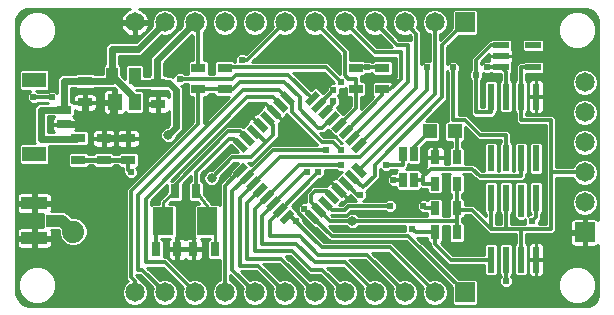
<source format=gtl>
G75*
%MOIN*%
%OFA0B0*%
%FSLAX25Y25*%
%IPPOS*%
%LPD*%
%AMOC8*
5,1,8,0,0,1.08239X$1,22.5*
%
%ADD10R,0.04724X0.03150*%
%ADD11R,0.05000X0.02500*%
%ADD12R,0.07874X0.05000*%
%ADD13R,0.03150X0.04724*%
%ADD14R,0.02400X0.08700*%
%ADD15R,0.05000X0.02200*%
%ADD16R,0.02200X0.05000*%
%ADD17R,0.04724X0.04724*%
%ADD18R,0.03937X0.05669*%
%ADD19R,0.04724X0.05669*%
%ADD20R,0.08661X0.04134*%
%ADD21R,0.04134X0.03937*%
%ADD22C,0.07400*%
%ADD23R,0.06693X0.09449*%
%ADD24R,0.02500X0.05000*%
%ADD25R,0.06500X0.06500*%
%ADD26C,0.06500*%
%ADD27R,0.05200X0.02200*%
%ADD28C,0.01000*%
%ADD29C,0.02400*%
%ADD30C,0.02381*%
%ADD31C,0.01200*%
%ADD32C,0.03169*%
%ADD33C,0.04000*%
%ADD34C,0.01600*%
D10*
X0023219Y0057269D03*
X0031656Y0057269D03*
X0039781Y0057269D03*
X0039781Y0064356D03*
X0031656Y0064356D03*
X0023219Y0064356D03*
X0025406Y0076332D03*
X0025406Y0083418D03*
X0049781Y0082793D03*
X0049781Y0075707D03*
X0063219Y0080707D03*
X0071969Y0080707D03*
X0071969Y0087793D03*
X0063219Y0087793D03*
X0115719Y0087793D03*
X0124469Y0087793D03*
X0124469Y0080707D03*
X0115719Y0080707D03*
D11*
X0018376Y0073974D03*
X0018376Y0069053D03*
D12*
X0008533Y0059211D03*
X0008533Y0083817D03*
D13*
X0055300Y0046750D03*
X0062387Y0046750D03*
X0061550Y0027375D03*
X0056137Y0027375D03*
X0049050Y0027375D03*
X0068637Y0027375D03*
X0142175Y0033000D03*
X0149262Y0033000D03*
X0149262Y0041125D03*
X0142175Y0041125D03*
X0142175Y0049250D03*
X0149262Y0049250D03*
X0149262Y0058000D03*
X0142175Y0058000D03*
D14*
X0160719Y0057700D03*
X0165719Y0057700D03*
X0170719Y0057700D03*
X0175719Y0057700D03*
X0175719Y0044550D03*
X0170719Y0044550D03*
X0165719Y0044550D03*
X0160719Y0044550D03*
X0160719Y0023950D03*
X0165719Y0023950D03*
X0170719Y0023950D03*
X0175719Y0023950D03*
X0175719Y0078300D03*
X0170719Y0078300D03*
X0165719Y0078300D03*
X0160719Y0078300D03*
D15*
G36*
X0117702Y0051300D02*
X0114168Y0054834D01*
X0115724Y0056390D01*
X0119258Y0052856D01*
X0117702Y0051300D01*
G37*
G36*
X0115475Y0049073D02*
X0111941Y0052607D01*
X0113497Y0054163D01*
X0117031Y0050629D01*
X0115475Y0049073D01*
G37*
G36*
X0113248Y0046846D02*
X0109714Y0050380D01*
X0111270Y0051936D01*
X0114804Y0048402D01*
X0113248Y0046846D01*
G37*
G36*
X0111021Y0044618D02*
X0107487Y0048152D01*
X0109043Y0049708D01*
X0112577Y0046174D01*
X0111021Y0044618D01*
G37*
G36*
X0108794Y0042391D02*
X0105260Y0045925D01*
X0106816Y0047481D01*
X0110350Y0043947D01*
X0108794Y0042391D01*
G37*
G36*
X0106567Y0040164D02*
X0103033Y0043698D01*
X0104589Y0045254D01*
X0108123Y0041720D01*
X0106567Y0040164D01*
G37*
G36*
X0104340Y0037937D02*
X0100806Y0041471D01*
X0102362Y0043027D01*
X0105896Y0039493D01*
X0104340Y0037937D01*
G37*
G36*
X0102113Y0035710D02*
X0098579Y0039244D01*
X0100135Y0040800D01*
X0103669Y0037266D01*
X0102113Y0035710D01*
G37*
G36*
X0078213Y0059610D02*
X0074679Y0063144D01*
X0076235Y0064700D01*
X0079769Y0061166D01*
X0078213Y0059610D01*
G37*
G36*
X0080440Y0061837D02*
X0076906Y0065371D01*
X0078462Y0066927D01*
X0081996Y0063393D01*
X0080440Y0061837D01*
G37*
G36*
X0082667Y0064064D02*
X0079133Y0067598D01*
X0080689Y0069154D01*
X0084223Y0065620D01*
X0082667Y0064064D01*
G37*
G36*
X0084894Y0066292D02*
X0081360Y0069826D01*
X0082916Y0071382D01*
X0086450Y0067848D01*
X0084894Y0066292D01*
G37*
G36*
X0087121Y0068519D02*
X0083587Y0072053D01*
X0085143Y0073609D01*
X0088677Y0070075D01*
X0087121Y0068519D01*
G37*
G36*
X0089348Y0070746D02*
X0085814Y0074280D01*
X0087370Y0075836D01*
X0090904Y0072302D01*
X0089348Y0070746D01*
G37*
G36*
X0091575Y0072973D02*
X0088041Y0076507D01*
X0089597Y0078063D01*
X0093131Y0074529D01*
X0091575Y0072973D01*
G37*
G36*
X0093802Y0075200D02*
X0090268Y0078734D01*
X0091824Y0080290D01*
X0095358Y0076756D01*
X0093802Y0075200D01*
G37*
D16*
G36*
X0100135Y0075200D02*
X0098579Y0076756D01*
X0102113Y0080290D01*
X0103669Y0078734D01*
X0100135Y0075200D01*
G37*
G36*
X0102362Y0072973D02*
X0100806Y0074529D01*
X0104340Y0078063D01*
X0105896Y0076507D01*
X0102362Y0072973D01*
G37*
G36*
X0104589Y0070746D02*
X0103033Y0072302D01*
X0106567Y0075836D01*
X0108123Y0074280D01*
X0104589Y0070746D01*
G37*
G36*
X0106816Y0068519D02*
X0105260Y0070075D01*
X0108794Y0073609D01*
X0110350Y0072053D01*
X0106816Y0068519D01*
G37*
G36*
X0109043Y0066292D02*
X0107487Y0067848D01*
X0111021Y0071382D01*
X0112577Y0069826D01*
X0109043Y0066292D01*
G37*
G36*
X0111270Y0064064D02*
X0109714Y0065620D01*
X0113248Y0069154D01*
X0114804Y0067598D01*
X0111270Y0064064D01*
G37*
G36*
X0113497Y0061837D02*
X0111941Y0063393D01*
X0115475Y0066927D01*
X0117031Y0065371D01*
X0113497Y0061837D01*
G37*
G36*
X0115724Y0059610D02*
X0114168Y0061166D01*
X0117702Y0064700D01*
X0119258Y0063144D01*
X0115724Y0059610D01*
G37*
G36*
X0082916Y0044618D02*
X0081360Y0046174D01*
X0084894Y0049708D01*
X0086450Y0048152D01*
X0082916Y0044618D01*
G37*
G36*
X0085143Y0042391D02*
X0083587Y0043947D01*
X0087121Y0047481D01*
X0088677Y0045925D01*
X0085143Y0042391D01*
G37*
G36*
X0087370Y0040164D02*
X0085814Y0041720D01*
X0089348Y0045254D01*
X0090904Y0043698D01*
X0087370Y0040164D01*
G37*
G36*
X0089597Y0037937D02*
X0088041Y0039493D01*
X0091575Y0043027D01*
X0093131Y0041471D01*
X0089597Y0037937D01*
G37*
G36*
X0091824Y0035710D02*
X0090268Y0037266D01*
X0093802Y0040800D01*
X0095358Y0039244D01*
X0091824Y0035710D01*
G37*
G36*
X0080689Y0046846D02*
X0079133Y0048402D01*
X0082667Y0051936D01*
X0084223Y0050380D01*
X0080689Y0046846D01*
G37*
G36*
X0078462Y0049073D02*
X0076906Y0050629D01*
X0080440Y0054163D01*
X0081996Y0052607D01*
X0078462Y0049073D01*
G37*
G36*
X0076235Y0051300D02*
X0074679Y0052856D01*
X0078213Y0056390D01*
X0079769Y0054834D01*
X0076235Y0051300D01*
G37*
D17*
X0140335Y0066750D03*
X0148602Y0066750D03*
D18*
X0041959Y0076482D03*
X0041959Y0085143D03*
X0034478Y0085143D03*
D19*
X0035266Y0076482D03*
D20*
X0008473Y0042757D03*
X0008473Y0031143D03*
D21*
X0014487Y0036950D03*
D22*
X0021461Y0033290D03*
D23*
X0051560Y0036750D03*
X0066127Y0036750D03*
D24*
X0131447Y0050500D03*
X0134990Y0050500D03*
X0134990Y0059250D03*
X0131447Y0059250D03*
D25*
X0191969Y0033000D03*
X0151969Y0013000D03*
X0151969Y0103000D03*
D26*
X0141969Y0103000D03*
X0131969Y0103000D03*
X0121969Y0103000D03*
X0111969Y0103000D03*
X0101969Y0103000D03*
X0091969Y0103000D03*
X0081969Y0103000D03*
X0071969Y0103000D03*
X0061969Y0103000D03*
X0051969Y0103000D03*
X0041969Y0103000D03*
X0191969Y0083000D03*
X0191969Y0073000D03*
X0191969Y0063000D03*
X0191969Y0053000D03*
X0191969Y0043000D03*
X0141969Y0013000D03*
X0131969Y0013000D03*
X0121969Y0013000D03*
X0111969Y0013000D03*
X0101969Y0013000D03*
X0091969Y0013000D03*
X0081969Y0013000D03*
X0071969Y0013000D03*
X0061969Y0013000D03*
X0051969Y0013000D03*
X0041969Y0013000D03*
D27*
X0164069Y0088050D03*
X0164069Y0091750D03*
X0164069Y0095450D03*
X0174869Y0095450D03*
X0174869Y0088050D03*
D28*
X0006340Y0008580D02*
X0004600Y0009301D01*
X0003269Y0010632D01*
X0002549Y0012371D01*
X0002456Y0013312D01*
X0002456Y0103312D01*
X0002537Y0104132D01*
X0003164Y0105646D01*
X0004323Y0106805D01*
X0005837Y0107432D01*
X0006656Y0107512D01*
X0040485Y0107512D01*
X0040145Y0107402D01*
X0039479Y0107063D01*
X0038874Y0106623D01*
X0038345Y0106094D01*
X0037906Y0105490D01*
X0037567Y0104823D01*
X0037335Y0104112D01*
X0037219Y0103375D01*
X0041593Y0103375D01*
X0041593Y0102625D01*
X0037219Y0102625D01*
X0037335Y0101888D01*
X0037567Y0101177D01*
X0037906Y0100510D01*
X0038345Y0099906D01*
X0038874Y0099377D01*
X0039479Y0098937D01*
X0040145Y0098598D01*
X0040856Y0098367D01*
X0041593Y0098250D01*
X0041593Y0102625D01*
X0042344Y0102625D01*
X0042344Y0103375D01*
X0046718Y0103375D01*
X0046602Y0104112D01*
X0046370Y0104823D01*
X0046031Y0105490D01*
X0045592Y0106094D01*
X0045063Y0106623D01*
X0044458Y0107063D01*
X0043792Y0107402D01*
X0043452Y0107512D01*
X0191338Y0107512D01*
X0191348Y0107503D01*
X0191667Y0107512D01*
X0191684Y0107512D01*
X0192592Y0107449D01*
X0194295Y0106800D01*
X0195620Y0105549D01*
X0196366Y0103885D01*
X0196481Y0102980D01*
X0196481Y0037063D01*
X0196419Y0037171D01*
X0196140Y0037450D01*
X0195797Y0037648D01*
X0195416Y0037750D01*
X0192344Y0037750D01*
X0192344Y0033375D01*
X0191593Y0033375D01*
X0191593Y0032625D01*
X0187219Y0032625D01*
X0187219Y0029553D01*
X0187321Y0029171D01*
X0187518Y0028829D01*
X0187797Y0028550D01*
X0188140Y0028352D01*
X0188521Y0028250D01*
X0191593Y0028250D01*
X0191593Y0032625D01*
X0192344Y0032625D01*
X0192344Y0028250D01*
X0195416Y0028250D01*
X0195797Y0028352D01*
X0196140Y0028550D01*
X0196419Y0028829D01*
X0196481Y0028937D01*
X0196481Y0013254D01*
X0196436Y0013191D01*
X0196481Y0012932D01*
X0196481Y0012669D01*
X0196509Y0012641D01*
X0196547Y0012121D01*
X0196220Y0010676D01*
X0195366Y0009465D01*
X0194113Y0008674D01*
X0193437Y0008487D01*
X0007281Y0008487D01*
X0006340Y0008580D01*
X0007124Y0008503D02*
X0193493Y0008503D01*
X0193044Y0010149D02*
X0194819Y0011925D01*
X0195780Y0014244D01*
X0195780Y0016755D01*
X0194819Y0019075D01*
X0193044Y0020851D01*
X0190724Y0021812D01*
X0188213Y0021812D01*
X0185893Y0020851D01*
X0184118Y0019075D01*
X0183157Y0016755D01*
X0183157Y0014244D01*
X0184118Y0011925D01*
X0185893Y0010149D01*
X0188213Y0009188D01*
X0190724Y0009188D01*
X0193044Y0010149D01*
X0193395Y0010500D02*
X0196096Y0010500D01*
X0196406Y0011499D02*
X0194393Y0011499D01*
X0195056Y0012497D02*
X0196519Y0012497D01*
X0196481Y0013496D02*
X0195470Y0013496D01*
X0195780Y0014494D02*
X0196481Y0014494D01*
X0196481Y0015493D02*
X0195780Y0015493D01*
X0195780Y0016491D02*
X0196481Y0016491D01*
X0196481Y0017490D02*
X0195476Y0017490D01*
X0195063Y0018488D02*
X0196481Y0018488D01*
X0196481Y0019487D02*
X0194408Y0019487D01*
X0193410Y0020485D02*
X0196481Y0020485D01*
X0196481Y0021484D02*
X0191516Y0021484D01*
X0196481Y0022482D02*
X0178418Y0022482D01*
X0178418Y0021484D02*
X0187421Y0021484D01*
X0185527Y0020485D02*
X0178418Y0020485D01*
X0178418Y0019487D02*
X0184529Y0019487D01*
X0183874Y0018488D02*
X0177928Y0018488D01*
X0177840Y0018400D02*
X0178119Y0018679D01*
X0178316Y0019021D01*
X0178418Y0019403D01*
X0178418Y0023850D01*
X0175819Y0023850D01*
X0175819Y0024050D01*
X0178418Y0024050D01*
X0178418Y0028497D01*
X0178316Y0028879D01*
X0178119Y0029221D01*
X0177840Y0029500D01*
X0177497Y0029698D01*
X0177116Y0029800D01*
X0175819Y0029800D01*
X0175819Y0024050D01*
X0175618Y0024050D01*
X0175618Y0023850D01*
X0173019Y0023850D01*
X0173019Y0019403D01*
X0173121Y0019021D01*
X0173318Y0018679D01*
X0173597Y0018400D01*
X0173940Y0018202D01*
X0174321Y0018100D01*
X0175618Y0018100D01*
X0175618Y0023850D01*
X0175819Y0023850D01*
X0175819Y0018100D01*
X0177116Y0018100D01*
X0177497Y0018202D01*
X0177840Y0018400D01*
X0175819Y0018488D02*
X0175618Y0018488D01*
X0175618Y0019487D02*
X0175819Y0019487D01*
X0175819Y0020485D02*
X0175618Y0020485D01*
X0175618Y0021484D02*
X0175819Y0021484D01*
X0175819Y0022482D02*
X0175618Y0022482D01*
X0175618Y0023481D02*
X0175819Y0023481D01*
X0175618Y0024050D02*
X0173019Y0024050D01*
X0173019Y0028497D01*
X0173121Y0028879D01*
X0173318Y0029221D01*
X0173597Y0029500D01*
X0173940Y0029698D01*
X0174321Y0029800D01*
X0175618Y0029800D01*
X0175618Y0024050D01*
X0175618Y0024479D02*
X0175819Y0024479D01*
X0175819Y0025478D02*
X0175618Y0025478D01*
X0175618Y0026476D02*
X0175819Y0026476D01*
X0175819Y0027475D02*
X0175618Y0027475D01*
X0175618Y0028473D02*
X0175819Y0028473D01*
X0175819Y0029472D02*
X0175618Y0029472D01*
X0173569Y0029472D02*
X0172418Y0029472D01*
X0172418Y0029356D02*
X0172418Y0032550D01*
X0181423Y0032550D01*
X0182418Y0033546D01*
X0182418Y0051300D01*
X0187964Y0051300D01*
X0188281Y0050536D01*
X0189504Y0049312D01*
X0191103Y0048650D01*
X0192834Y0048650D01*
X0194433Y0049312D01*
X0195656Y0050536D01*
X0196318Y0052135D01*
X0196318Y0053865D01*
X0195656Y0055464D01*
X0194433Y0056688D01*
X0192834Y0057350D01*
X0191103Y0057350D01*
X0189504Y0056688D01*
X0188281Y0055464D01*
X0187964Y0054700D01*
X0182418Y0054700D01*
X0182418Y0071204D01*
X0181423Y0072200D01*
X0172418Y0072200D01*
X0172418Y0072894D01*
X0173018Y0073494D01*
X0173018Y0083106D01*
X0172418Y0083706D01*
X0172418Y0085850D01*
X0177924Y0085850D01*
X0178568Y0086494D01*
X0178568Y0089606D01*
X0177924Y0090250D01*
X0171813Y0090250D01*
X0171313Y0089750D01*
X0170014Y0089750D01*
X0169019Y0088754D01*
X0169019Y0083706D01*
X0168419Y0083106D01*
X0168419Y0073494D01*
X0169019Y0072894D01*
X0169019Y0069796D01*
X0170014Y0068800D01*
X0179019Y0068800D01*
X0179019Y0035950D01*
X0176759Y0035950D01*
X0176759Y0036636D01*
X0177418Y0037296D01*
X0177418Y0039144D01*
X0178018Y0039744D01*
X0178018Y0049356D01*
X0177374Y0050000D01*
X0174063Y0050000D01*
X0173419Y0049356D01*
X0173419Y0039744D01*
X0174019Y0039144D01*
X0174019Y0039041D01*
X0173520Y0039041D01*
X0173009Y0038530D01*
X0173009Y0039735D01*
X0173018Y0039744D01*
X0173018Y0049356D01*
X0172374Y0050000D01*
X0169063Y0050000D01*
X0168419Y0049356D01*
X0168419Y0039744D01*
X0168428Y0039735D01*
X0168428Y0038301D01*
X0169770Y0036959D01*
X0171667Y0036959D01*
X0172178Y0037470D01*
X0172178Y0035950D01*
X0167418Y0035950D01*
X0167418Y0039144D01*
X0168018Y0039744D01*
X0168018Y0049356D01*
X0167374Y0050000D01*
X0164063Y0050000D01*
X0163419Y0049356D01*
X0163419Y0039744D01*
X0164019Y0039144D01*
X0164019Y0035950D01*
X0162418Y0035950D01*
X0162418Y0039144D01*
X0163018Y0039744D01*
X0163018Y0049356D01*
X0162374Y0050000D01*
X0159063Y0050000D01*
X0158419Y0049356D01*
X0158419Y0039744D01*
X0159019Y0039144D01*
X0159019Y0038354D01*
X0156168Y0041204D01*
X0155173Y0042200D01*
X0151937Y0042200D01*
X0151937Y0043943D01*
X0151292Y0044587D01*
X0150962Y0044587D01*
X0150962Y0045788D01*
X0151292Y0045788D01*
X0151937Y0046432D01*
X0151937Y0052068D01*
X0151454Y0052550D01*
X0153764Y0052550D01*
X0155269Y0051046D01*
X0156264Y0050050D01*
X0171423Y0050050D01*
X0172418Y0051046D01*
X0172418Y0052294D01*
X0173018Y0052894D01*
X0173018Y0062506D01*
X0172374Y0063150D01*
X0169063Y0063150D01*
X0168419Y0062506D01*
X0168419Y0053450D01*
X0168018Y0053450D01*
X0168018Y0062506D01*
X0167418Y0063106D01*
X0167418Y0066204D01*
X0166423Y0067200D01*
X0157673Y0067200D01*
X0153668Y0071204D01*
X0152673Y0072200D01*
X0149918Y0072200D01*
X0149918Y0086461D01*
X0150509Y0087051D01*
X0150509Y0088949D01*
X0149167Y0090291D01*
X0147270Y0090291D01*
X0146168Y0089189D01*
X0146168Y0094796D01*
X0150023Y0098650D01*
X0155674Y0098650D01*
X0156318Y0099294D01*
X0156318Y0106706D01*
X0155674Y0107350D01*
X0148263Y0107350D01*
X0147619Y0106706D01*
X0147619Y0101054D01*
X0143668Y0097104D01*
X0143668Y0098996D01*
X0144433Y0099312D01*
X0145656Y0100536D01*
X0146318Y0102135D01*
X0146318Y0103865D01*
X0145656Y0105464D01*
X0144433Y0106688D01*
X0142834Y0107350D01*
X0141103Y0107350D01*
X0139504Y0106688D01*
X0138281Y0105464D01*
X0137619Y0103865D01*
X0137619Y0102135D01*
X0138281Y0100536D01*
X0139504Y0099312D01*
X0140269Y0098996D01*
X0140269Y0090291D01*
X0138520Y0090291D01*
X0137418Y0089189D01*
X0137418Y0099954D01*
X0136002Y0101371D01*
X0136318Y0102135D01*
X0136318Y0103865D01*
X0135656Y0105464D01*
X0134433Y0106688D01*
X0132834Y0107350D01*
X0131103Y0107350D01*
X0129504Y0106688D01*
X0128281Y0105464D01*
X0127619Y0103865D01*
X0127619Y0102135D01*
X0128281Y0100536D01*
X0129504Y0099312D01*
X0131103Y0098650D01*
X0132834Y0098650D01*
X0133598Y0098966D01*
X0134019Y0098546D01*
X0134019Y0097104D01*
X0133923Y0097200D01*
X0130173Y0097200D01*
X0126002Y0101371D01*
X0126318Y0102135D01*
X0126318Y0103865D01*
X0125656Y0105464D01*
X0124433Y0106688D01*
X0122834Y0107350D01*
X0121103Y0107350D01*
X0119504Y0106688D01*
X0118281Y0105464D01*
X0117619Y0103865D01*
X0117619Y0102135D01*
X0118281Y0100536D01*
X0119504Y0099312D01*
X0121103Y0098650D01*
X0122834Y0098650D01*
X0123598Y0098966D01*
X0127864Y0094700D01*
X0122673Y0094700D01*
X0116002Y0101371D01*
X0116318Y0102135D01*
X0116318Y0103865D01*
X0115656Y0105464D01*
X0114433Y0106688D01*
X0112834Y0107350D01*
X0111103Y0107350D01*
X0109504Y0106688D01*
X0108281Y0105464D01*
X0107619Y0103865D01*
X0107619Y0102135D01*
X0108281Y0100536D01*
X0109504Y0099312D01*
X0111103Y0098650D01*
X0112834Y0098650D01*
X0113598Y0098966D01*
X0121264Y0091300D01*
X0129019Y0091300D01*
X0129019Y0084954D01*
X0127366Y0083302D01*
X0127286Y0083381D01*
X0121651Y0083381D01*
X0121006Y0082737D01*
X0121006Y0078676D01*
X0121464Y0078218D01*
X0117418Y0074173D01*
X0117418Y0078032D01*
X0118536Y0078032D01*
X0119181Y0078676D01*
X0119181Y0082737D01*
X0118536Y0083381D01*
X0117418Y0083381D01*
X0117418Y0084954D01*
X0117254Y0085119D01*
X0118536Y0085119D01*
X0119127Y0085709D01*
X0120417Y0085709D01*
X0121006Y0086298D01*
X0121006Y0085763D01*
X0121651Y0085119D01*
X0127286Y0085119D01*
X0127931Y0085763D01*
X0127931Y0089824D01*
X0127286Y0090468D01*
X0121651Y0090468D01*
X0121006Y0089824D01*
X0121006Y0089702D01*
X0120417Y0090291D01*
X0118714Y0090291D01*
X0118536Y0090468D01*
X0113668Y0090468D01*
X0113668Y0093704D01*
X0106002Y0101371D01*
X0106318Y0102135D01*
X0106318Y0103865D01*
X0105656Y0105464D01*
X0104433Y0106688D01*
X0102834Y0107350D01*
X0101103Y0107350D01*
X0099504Y0106688D01*
X0098281Y0105464D01*
X0097619Y0103865D01*
X0097619Y0102135D01*
X0098281Y0100536D01*
X0099504Y0099312D01*
X0101103Y0098650D01*
X0102834Y0098650D01*
X0103598Y0098966D01*
X0110269Y0092296D01*
X0110269Y0085854D01*
X0106423Y0089700D01*
X0081073Y0089700D01*
X0090339Y0098966D01*
X0091103Y0098650D01*
X0092834Y0098650D01*
X0094433Y0099312D01*
X0095656Y0100536D01*
X0096318Y0102135D01*
X0096318Y0103865D01*
X0095656Y0105464D01*
X0094433Y0106688D01*
X0092834Y0107350D01*
X0091103Y0107350D01*
X0089504Y0106688D01*
X0088281Y0105464D01*
X0087619Y0103865D01*
X0087619Y0102135D01*
X0087935Y0101371D01*
X0078949Y0092384D01*
X0078542Y0092791D01*
X0076645Y0092791D01*
X0075303Y0091449D01*
X0075303Y0089951D01*
X0074786Y0090468D01*
X0069151Y0090468D01*
X0068506Y0089824D01*
X0068506Y0085950D01*
X0066681Y0085950D01*
X0066681Y0089824D01*
X0066036Y0090468D01*
X0064918Y0090468D01*
X0064918Y0099798D01*
X0065656Y0100536D01*
X0066318Y0102135D01*
X0066318Y0103865D01*
X0065656Y0105464D01*
X0064433Y0106688D01*
X0062834Y0107350D01*
X0061103Y0107350D01*
X0059504Y0106688D01*
X0058281Y0105464D01*
X0057619Y0103865D01*
X0057619Y0102135D01*
X0057686Y0101971D01*
X0047169Y0091453D01*
X0047169Y0085468D01*
X0046963Y0085468D01*
X0046588Y0085093D01*
X0045027Y0085093D01*
X0045027Y0088433D01*
X0044383Y0089078D01*
X0039535Y0089078D01*
X0038890Y0088433D01*
X0038890Y0083984D01*
X0037547Y0085327D01*
X0037547Y0088433D01*
X0036902Y0089078D01*
X0036768Y0089078D01*
X0036768Y0091950D01*
X0044171Y0091950D01*
X0045518Y0093297D01*
X0050939Y0098718D01*
X0051103Y0098650D01*
X0052834Y0098650D01*
X0054433Y0099312D01*
X0055656Y0100536D01*
X0056318Y0102135D01*
X0056318Y0103865D01*
X0055656Y0105464D01*
X0054433Y0106688D01*
X0052834Y0107350D01*
X0051103Y0107350D01*
X0049504Y0106688D01*
X0048281Y0105464D01*
X0047619Y0103865D01*
X0047619Y0102135D01*
X0047686Y0101971D01*
X0042266Y0096550D01*
X0033516Y0096550D01*
X0032169Y0095203D01*
X0032169Y0089078D01*
X0032054Y0089078D01*
X0031410Y0088433D01*
X0031410Y0085718D01*
X0028599Y0085718D01*
X0028224Y0086093D01*
X0022588Y0086093D01*
X0022213Y0085718D01*
X0018381Y0085718D01*
X0017428Y0085719D01*
X0017428Y0085718D01*
X0017427Y0085718D01*
X0016754Y0085045D01*
X0016080Y0084372D01*
X0016080Y0084371D01*
X0016080Y0083426D01*
X0016078Y0079629D01*
X0015417Y0080291D01*
X0013520Y0080291D01*
X0012929Y0079700D01*
X0009758Y0079700D01*
X0009241Y0080217D01*
X0012926Y0080217D01*
X0013570Y0080861D01*
X0013570Y0086773D01*
X0012926Y0087417D01*
X0004141Y0087417D01*
X0003496Y0086773D01*
X0003496Y0080861D01*
X0004141Y0080217D01*
X0007196Y0080217D01*
X0005928Y0078949D01*
X0005928Y0077051D01*
X0007270Y0075709D01*
X0009167Y0075709D01*
X0009758Y0076300D01*
X0012929Y0076300D01*
X0012978Y0076251D01*
X0010713Y0076241D01*
X0009766Y0076241D01*
X0009762Y0076237D01*
X0009756Y0076237D01*
X0009087Y0075563D01*
X0008419Y0074894D01*
X0008419Y0074888D01*
X0008414Y0074884D01*
X0008419Y0073935D01*
X0008419Y0063297D01*
X0008905Y0062811D01*
X0004141Y0062811D01*
X0003496Y0062166D01*
X0003496Y0056255D01*
X0004141Y0055611D01*
X0012926Y0055611D01*
X0013570Y0056255D01*
X0013570Y0061950D01*
X0020132Y0061950D01*
X0020401Y0061681D01*
X0026036Y0061681D01*
X0026681Y0062325D01*
X0026681Y0066386D01*
X0026036Y0067031D01*
X0022162Y0067031D01*
X0022274Y0067224D01*
X0022376Y0067606D01*
X0022376Y0068928D01*
X0018501Y0068928D01*
X0018501Y0069178D01*
X0022376Y0069178D01*
X0022376Y0070501D01*
X0022274Y0070882D01*
X0022076Y0071224D01*
X0021797Y0071503D01*
X0021455Y0071701D01*
X0021418Y0071711D01*
X0021976Y0072269D01*
X0021976Y0073703D01*
X0022123Y0073557D01*
X0022465Y0073359D01*
X0022846Y0073257D01*
X0025119Y0073257D01*
X0025119Y0076044D01*
X0025693Y0076044D01*
X0025693Y0073257D01*
X0027966Y0073257D01*
X0028347Y0073359D01*
X0028689Y0073557D01*
X0028968Y0073836D01*
X0029166Y0074178D01*
X0029268Y0074559D01*
X0029268Y0076044D01*
X0025693Y0076044D01*
X0025693Y0076619D01*
X0025119Y0076619D01*
X0025119Y0079406D01*
X0022846Y0079406D01*
X0022465Y0079304D01*
X0022123Y0079107D01*
X0021844Y0078828D01*
X0021646Y0078485D01*
X0021544Y0078104D01*
X0021544Y0076619D01*
X0025119Y0076619D01*
X0025119Y0076044D01*
X0021612Y0076044D01*
X0021332Y0076324D01*
X0020677Y0076324D01*
X0020679Y0081118D01*
X0022213Y0081118D01*
X0022588Y0080744D01*
X0028224Y0080744D01*
X0028599Y0081118D01*
X0035251Y0081118D01*
X0035766Y0080603D01*
X0035766Y0076982D01*
X0034766Y0076982D01*
X0034766Y0080816D01*
X0032706Y0080816D01*
X0032325Y0080714D01*
X0031983Y0080517D01*
X0031703Y0080237D01*
X0031506Y0079895D01*
X0031404Y0079514D01*
X0031404Y0076982D01*
X0034766Y0076982D01*
X0034766Y0075982D01*
X0035766Y0075982D01*
X0035766Y0072147D01*
X0037825Y0072147D01*
X0038207Y0072249D01*
X0038549Y0072447D01*
X0038828Y0072726D01*
X0039021Y0073060D01*
X0039535Y0072547D01*
X0044383Y0072547D01*
X0045027Y0073191D01*
X0045027Y0079772D01*
X0044383Y0080416D01*
X0042458Y0080416D01*
X0042381Y0080493D01*
X0046588Y0080493D01*
X0046963Y0080119D01*
X0052599Y0080119D01*
X0052723Y0080243D01*
X0053419Y0079547D01*
X0053419Y0078073D01*
X0053343Y0078203D01*
X0053064Y0078482D01*
X0052722Y0078679D01*
X0052341Y0078781D01*
X0050068Y0078781D01*
X0050068Y0075994D01*
X0049494Y0075994D01*
X0049494Y0078781D01*
X0047221Y0078781D01*
X0046840Y0078679D01*
X0046498Y0078482D01*
X0046219Y0078203D01*
X0046021Y0077860D01*
X0045919Y0077479D01*
X0045919Y0075994D01*
X0049494Y0075994D01*
X0049494Y0075419D01*
X0050068Y0075419D01*
X0050068Y0072632D01*
X0052341Y0072632D01*
X0052722Y0072734D01*
X0053064Y0072932D01*
X0053343Y0073211D01*
X0053419Y0073341D01*
X0053419Y0068953D01*
X0052626Y0068160D01*
X0051698Y0067776D01*
X0050943Y0067020D01*
X0050534Y0066034D01*
X0050534Y0064966D01*
X0050943Y0063979D01*
X0051698Y0063224D01*
X0052685Y0062816D01*
X0053752Y0062816D01*
X0054739Y0063224D01*
X0055494Y0063979D01*
X0055878Y0064907D01*
X0056671Y0065700D01*
X0056671Y0065700D01*
X0058018Y0067047D01*
X0058018Y0081453D01*
X0057512Y0081959D01*
X0057917Y0081959D01*
X0058508Y0082550D01*
X0059756Y0082550D01*
X0059756Y0078676D01*
X0060401Y0078032D01*
X0061519Y0078032D01*
X0061519Y0069954D01*
X0039019Y0047454D01*
X0039019Y0017296D01*
X0039591Y0016724D01*
X0039504Y0016688D01*
X0038281Y0015464D01*
X0037619Y0013865D01*
X0037619Y0012135D01*
X0038281Y0010536D01*
X0039504Y0009312D01*
X0041103Y0008650D01*
X0042834Y0008650D01*
X0044433Y0009312D01*
X0045656Y0010536D01*
X0046318Y0012135D01*
X0046318Y0013865D01*
X0045656Y0015464D01*
X0044433Y0016688D01*
X0043668Y0017004D01*
X0043668Y0017454D01*
X0042418Y0018704D01*
X0042418Y0018896D01*
X0042514Y0018800D01*
X0043764Y0018800D01*
X0047935Y0014629D01*
X0047619Y0013865D01*
X0047619Y0012135D01*
X0048281Y0010536D01*
X0049504Y0009312D01*
X0051103Y0008650D01*
X0052834Y0008650D01*
X0054433Y0009312D01*
X0055656Y0010536D01*
X0056318Y0012135D01*
X0056318Y0013865D01*
X0055656Y0015464D01*
X0054433Y0016688D01*
X0052834Y0017350D01*
X0051103Y0017350D01*
X0050339Y0017033D01*
X0046073Y0021300D01*
X0051264Y0021300D01*
X0057935Y0014629D01*
X0057619Y0013865D01*
X0057619Y0012135D01*
X0058281Y0010536D01*
X0059504Y0009312D01*
X0061103Y0008650D01*
X0062834Y0008650D01*
X0064433Y0009312D01*
X0065656Y0010536D01*
X0066318Y0012135D01*
X0066318Y0013865D01*
X0065656Y0015464D01*
X0064433Y0016688D01*
X0062834Y0017350D01*
X0061103Y0017350D01*
X0060339Y0017033D01*
X0052673Y0024700D01*
X0051725Y0024700D01*
X0051725Y0030193D01*
X0051081Y0030837D01*
X0050750Y0030837D01*
X0050750Y0030926D01*
X0053629Y0030926D01*
X0053362Y0030658D01*
X0053164Y0030316D01*
X0053062Y0029935D01*
X0053062Y0027662D01*
X0055849Y0027662D01*
X0055849Y0027088D01*
X0053062Y0027088D01*
X0053062Y0024815D01*
X0053164Y0024434D01*
X0053362Y0024092D01*
X0053641Y0023812D01*
X0053983Y0023615D01*
X0054365Y0023513D01*
X0055849Y0023513D01*
X0055849Y0027088D01*
X0056424Y0027088D01*
X0056424Y0027662D01*
X0061263Y0027662D01*
X0061263Y0027088D01*
X0058475Y0027088D01*
X0056424Y0027088D01*
X0056424Y0023513D01*
X0057909Y0023513D01*
X0058291Y0023615D01*
X0058633Y0023812D01*
X0058843Y0024023D01*
X0059054Y0023812D01*
X0059396Y0023615D01*
X0059778Y0023513D01*
X0061263Y0023513D01*
X0061263Y0027088D01*
X0061838Y0027088D01*
X0061838Y0027662D01*
X0064625Y0027662D01*
X0064625Y0029935D01*
X0064523Y0030316D01*
X0064325Y0030658D01*
X0064058Y0030926D01*
X0067037Y0030926D01*
X0067037Y0030837D01*
X0066606Y0030837D01*
X0065962Y0030193D01*
X0065962Y0024557D01*
X0066606Y0023913D01*
X0070269Y0023913D01*
X0070269Y0017004D01*
X0069504Y0016688D01*
X0068281Y0015464D01*
X0067619Y0013865D01*
X0067619Y0012135D01*
X0068281Y0010536D01*
X0069504Y0009312D01*
X0071103Y0008650D01*
X0072834Y0008650D01*
X0074433Y0009312D01*
X0075656Y0010536D01*
X0076318Y0012135D01*
X0076318Y0013865D01*
X0075656Y0015464D01*
X0074433Y0016688D01*
X0073668Y0017004D01*
X0073668Y0018896D01*
X0073764Y0018800D01*
X0077935Y0014629D01*
X0077619Y0013865D01*
X0077619Y0012135D01*
X0078281Y0010536D01*
X0079504Y0009312D01*
X0081103Y0008650D01*
X0082834Y0008650D01*
X0084433Y0009312D01*
X0085656Y0010536D01*
X0086318Y0012135D01*
X0086318Y0013865D01*
X0085656Y0015464D01*
X0084433Y0016688D01*
X0082834Y0017350D01*
X0081103Y0017350D01*
X0080339Y0017034D01*
X0077323Y0020050D01*
X0082514Y0020050D01*
X0087935Y0014629D01*
X0087619Y0013865D01*
X0087619Y0012135D01*
X0088281Y0010536D01*
X0089504Y0009312D01*
X0091103Y0008650D01*
X0092834Y0008650D01*
X0094433Y0009312D01*
X0095656Y0010536D01*
X0096318Y0012135D01*
X0096318Y0013865D01*
X0095656Y0015464D01*
X0094433Y0016688D01*
X0092834Y0017350D01*
X0091103Y0017350D01*
X0090339Y0017033D01*
X0084918Y0022454D01*
X0084918Y0022454D01*
X0084823Y0022550D01*
X0090014Y0022550D01*
X0097935Y0014629D01*
X0097619Y0013865D01*
X0097619Y0012135D01*
X0098281Y0010536D01*
X0099504Y0009312D01*
X0101103Y0008650D01*
X0102834Y0008650D01*
X0104433Y0009312D01*
X0105656Y0010536D01*
X0106318Y0012135D01*
X0106318Y0013865D01*
X0105656Y0015464D01*
X0104433Y0016688D01*
X0102834Y0017350D01*
X0101103Y0017350D01*
X0100339Y0017033D01*
X0092418Y0024954D01*
X0092323Y0025050D01*
X0093764Y0025050D01*
X0100014Y0018800D01*
X0103764Y0018800D01*
X0107935Y0014629D01*
X0107619Y0013865D01*
X0107619Y0012135D01*
X0108281Y0010536D01*
X0109504Y0009312D01*
X0111103Y0008650D01*
X0112834Y0008650D01*
X0114433Y0009312D01*
X0115656Y0010536D01*
X0116318Y0012135D01*
X0116318Y0013865D01*
X0115656Y0015464D01*
X0114433Y0016688D01*
X0112834Y0017350D01*
X0111103Y0017350D01*
X0110339Y0017033D01*
X0106168Y0021204D01*
X0106168Y0021204D01*
X0106073Y0021300D01*
X0111264Y0021300D01*
X0117935Y0014629D01*
X0117619Y0013865D01*
X0117619Y0012135D01*
X0118281Y0010536D01*
X0119504Y0009312D01*
X0121103Y0008650D01*
X0122834Y0008650D01*
X0124433Y0009312D01*
X0125656Y0010536D01*
X0126318Y0012135D01*
X0126318Y0013865D01*
X0125656Y0015464D01*
X0124433Y0016688D01*
X0122834Y0017350D01*
X0121103Y0017350D01*
X0120339Y0017034D01*
X0113668Y0023704D01*
X0113573Y0023800D01*
X0118764Y0023800D01*
X0127935Y0014629D01*
X0127619Y0013865D01*
X0127619Y0012135D01*
X0128281Y0010536D01*
X0129504Y0009312D01*
X0131103Y0008650D01*
X0132834Y0008650D01*
X0134433Y0009312D01*
X0135656Y0010536D01*
X0136318Y0012135D01*
X0136318Y0013865D01*
X0135656Y0015464D01*
X0134433Y0016688D01*
X0132834Y0017350D01*
X0131103Y0017350D01*
X0130339Y0017033D01*
X0121168Y0026204D01*
X0121073Y0026300D01*
X0126264Y0026300D01*
X0137935Y0014629D01*
X0137619Y0013865D01*
X0137619Y0012135D01*
X0138281Y0010536D01*
X0139504Y0009312D01*
X0141103Y0008650D01*
X0142834Y0008650D01*
X0144433Y0009312D01*
X0145656Y0010536D01*
X0146318Y0012135D01*
X0146318Y0013865D01*
X0145656Y0015464D01*
X0144433Y0016688D01*
X0142834Y0017350D01*
X0141103Y0017350D01*
X0140339Y0017033D01*
X0128668Y0028704D01*
X0127673Y0029700D01*
X0105173Y0029700D01*
X0098009Y0036864D01*
X0098009Y0037699D01*
X0096667Y0039041D01*
X0096459Y0039041D01*
X0096459Y0039681D01*
X0097600Y0038540D01*
X0097728Y0038540D01*
X0101658Y0034609D01*
X0102365Y0034609D01*
X0106925Y0030050D01*
X0132514Y0030050D01*
X0147619Y0014946D01*
X0147619Y0009294D01*
X0148263Y0008650D01*
X0155674Y0008650D01*
X0156318Y0009294D01*
X0156318Y0016706D01*
X0155674Y0017350D01*
X0150023Y0017350D01*
X0136073Y0031300D01*
X0139500Y0031300D01*
X0139500Y0030182D01*
X0140145Y0029538D01*
X0140475Y0029538D01*
X0140475Y0028339D01*
X0145569Y0023246D01*
X0146564Y0022250D01*
X0158419Y0022250D01*
X0158419Y0019144D01*
X0159063Y0018500D01*
X0162374Y0018500D01*
X0163018Y0019144D01*
X0163018Y0028756D01*
X0162374Y0029400D01*
X0159063Y0029400D01*
X0158419Y0028756D01*
X0158419Y0025650D01*
X0147973Y0025650D01*
X0144085Y0029538D01*
X0144206Y0029538D01*
X0144850Y0030182D01*
X0144850Y0035050D01*
X0146587Y0035050D01*
X0146587Y0030182D01*
X0147231Y0029538D01*
X0151292Y0029538D01*
X0151937Y0030182D01*
X0151937Y0035818D01*
X0151292Y0036462D01*
X0150962Y0036462D01*
X0150962Y0037663D01*
X0151292Y0037663D01*
X0151937Y0038307D01*
X0151937Y0038800D01*
X0153764Y0038800D01*
X0159019Y0033546D01*
X0160014Y0032550D01*
X0169019Y0032550D01*
X0169019Y0029356D01*
X0168419Y0028756D01*
X0168419Y0019144D01*
X0169063Y0018500D01*
X0172374Y0018500D01*
X0173018Y0019144D01*
X0173018Y0028756D01*
X0172418Y0029356D01*
X0173018Y0028473D02*
X0173019Y0028473D01*
X0173018Y0027475D02*
X0173019Y0027475D01*
X0173018Y0026476D02*
X0173019Y0026476D01*
X0173018Y0025478D02*
X0173019Y0025478D01*
X0173018Y0024479D02*
X0173019Y0024479D01*
X0173018Y0023481D02*
X0173019Y0023481D01*
X0173018Y0022482D02*
X0173019Y0022482D01*
X0173018Y0021484D02*
X0173019Y0021484D01*
X0173018Y0020485D02*
X0173019Y0020485D01*
X0173018Y0019487D02*
X0173019Y0019487D01*
X0173509Y0018488D02*
X0167418Y0018488D01*
X0167418Y0018544D02*
X0168018Y0019144D01*
X0168018Y0028756D01*
X0167374Y0029400D01*
X0164063Y0029400D01*
X0163419Y0028756D01*
X0163419Y0019144D01*
X0164019Y0018544D01*
X0164019Y0018289D01*
X0163428Y0017699D01*
X0163428Y0015801D01*
X0164770Y0014459D01*
X0166667Y0014459D01*
X0168009Y0015801D01*
X0168009Y0017699D01*
X0167418Y0018289D01*
X0167418Y0018544D01*
X0168018Y0019487D02*
X0168419Y0019487D01*
X0168419Y0020485D02*
X0168018Y0020485D01*
X0168018Y0021484D02*
X0168419Y0021484D01*
X0168419Y0022482D02*
X0168018Y0022482D01*
X0168018Y0023481D02*
X0168419Y0023481D01*
X0168419Y0024479D02*
X0168018Y0024479D01*
X0168018Y0025478D02*
X0168419Y0025478D01*
X0168419Y0026476D02*
X0168018Y0026476D01*
X0168018Y0027475D02*
X0168419Y0027475D01*
X0168419Y0028473D02*
X0168018Y0028473D01*
X0169019Y0029472D02*
X0144151Y0029472D01*
X0144850Y0030470D02*
X0146587Y0030470D01*
X0146587Y0031469D02*
X0144850Y0031469D01*
X0144850Y0032467D02*
X0146587Y0032467D01*
X0146587Y0033466D02*
X0144850Y0033466D01*
X0144850Y0034464D02*
X0146587Y0034464D01*
X0151293Y0036461D02*
X0156103Y0036461D01*
X0157102Y0035463D02*
X0151937Y0035463D01*
X0151937Y0034464D02*
X0158100Y0034464D01*
X0159099Y0033466D02*
X0151937Y0033466D01*
X0151937Y0032467D02*
X0169019Y0032467D01*
X0169019Y0031469D02*
X0151937Y0031469D01*
X0151937Y0030470D02*
X0169019Y0030470D01*
X0172418Y0030470D02*
X0187219Y0030470D01*
X0187240Y0029472D02*
X0177868Y0029472D01*
X0178418Y0028473D02*
X0187930Y0028473D01*
X0191593Y0028473D02*
X0192344Y0028473D01*
X0192344Y0029472D02*
X0191593Y0029472D01*
X0191593Y0030470D02*
X0192344Y0030470D01*
X0192344Y0031469D02*
X0191593Y0031469D01*
X0191593Y0032467D02*
X0192344Y0032467D01*
X0192344Y0033466D02*
X0191593Y0033466D01*
X0191593Y0033375D02*
X0191593Y0037750D01*
X0188521Y0037750D01*
X0188140Y0037648D01*
X0187797Y0037450D01*
X0187518Y0037171D01*
X0187321Y0036829D01*
X0187219Y0036447D01*
X0187219Y0033375D01*
X0191593Y0033375D01*
X0191593Y0034464D02*
X0192344Y0034464D01*
X0192344Y0035463D02*
X0191593Y0035463D01*
X0191593Y0036461D02*
X0192344Y0036461D01*
X0192344Y0037460D02*
X0191593Y0037460D01*
X0191103Y0038650D02*
X0192834Y0038650D01*
X0194433Y0039312D01*
X0195656Y0040536D01*
X0196318Y0042135D01*
X0196318Y0043865D01*
X0195656Y0045464D01*
X0194433Y0046688D01*
X0192834Y0047350D01*
X0191103Y0047350D01*
X0189504Y0046688D01*
X0188281Y0045464D01*
X0187619Y0043865D01*
X0187619Y0042135D01*
X0188281Y0040536D01*
X0189504Y0039312D01*
X0191103Y0038650D01*
X0189360Y0039457D02*
X0182418Y0039457D01*
X0182418Y0040455D02*
X0188361Y0040455D01*
X0187901Y0041454D02*
X0182418Y0041454D01*
X0182418Y0042452D02*
X0187619Y0042452D01*
X0187619Y0043451D02*
X0182418Y0043451D01*
X0182418Y0044449D02*
X0187860Y0044449D01*
X0188274Y0045448D02*
X0182418Y0045448D01*
X0182418Y0046446D02*
X0189263Y0046446D01*
X0194674Y0046446D02*
X0196481Y0046446D01*
X0196481Y0045448D02*
X0195663Y0045448D01*
X0196077Y0044449D02*
X0196481Y0044449D01*
X0196481Y0043451D02*
X0196318Y0043451D01*
X0196318Y0042452D02*
X0196481Y0042452D01*
X0196481Y0041454D02*
X0196036Y0041454D01*
X0196481Y0040455D02*
X0195576Y0040455D01*
X0196481Y0039457D02*
X0194577Y0039457D01*
X0196481Y0038458D02*
X0182418Y0038458D01*
X0182418Y0037460D02*
X0187814Y0037460D01*
X0187222Y0036461D02*
X0182418Y0036461D01*
X0182418Y0035463D02*
X0187219Y0035463D01*
X0187219Y0034464D02*
X0182418Y0034464D01*
X0182338Y0033466D02*
X0187219Y0033466D01*
X0187219Y0032467D02*
X0172418Y0032467D01*
X0172418Y0031469D02*
X0187219Y0031469D01*
X0196007Y0028473D02*
X0196481Y0028473D01*
X0196481Y0027475D02*
X0178418Y0027475D01*
X0178418Y0026476D02*
X0196481Y0026476D01*
X0196481Y0025478D02*
X0178418Y0025478D01*
X0178418Y0024479D02*
X0196481Y0024479D01*
X0196481Y0023481D02*
X0178418Y0023481D01*
X0183461Y0017490D02*
X0168009Y0017490D01*
X0168009Y0016491D02*
X0183157Y0016491D01*
X0183157Y0015493D02*
X0167700Y0015493D01*
X0166702Y0014494D02*
X0183157Y0014494D01*
X0183467Y0013496D02*
X0156318Y0013496D01*
X0156318Y0014494D02*
X0164735Y0014494D01*
X0163737Y0015493D02*
X0156318Y0015493D01*
X0156318Y0016491D02*
X0163428Y0016491D01*
X0163428Y0017490D02*
X0149883Y0017490D01*
X0148885Y0018488D02*
X0164019Y0018488D01*
X0163419Y0019487D02*
X0163018Y0019487D01*
X0163018Y0020485D02*
X0163419Y0020485D01*
X0163419Y0021484D02*
X0163018Y0021484D01*
X0163018Y0022482D02*
X0163419Y0022482D01*
X0163419Y0023481D02*
X0163018Y0023481D01*
X0163018Y0024479D02*
X0163419Y0024479D01*
X0163419Y0025478D02*
X0163018Y0025478D01*
X0163018Y0026476D02*
X0163419Y0026476D01*
X0163419Y0027475D02*
X0163018Y0027475D01*
X0163018Y0028473D02*
X0163419Y0028473D01*
X0158419Y0028473D02*
X0145149Y0028473D01*
X0146148Y0027475D02*
X0158419Y0027475D01*
X0158419Y0026476D02*
X0147146Y0026476D01*
X0144335Y0024479D02*
X0142893Y0024479D01*
X0143337Y0025478D02*
X0141895Y0025478D01*
X0142338Y0026476D02*
X0140896Y0026476D01*
X0141340Y0027475D02*
X0139898Y0027475D01*
X0140475Y0028473D02*
X0138899Y0028473D01*
X0137901Y0029472D02*
X0140475Y0029472D01*
X0139500Y0030470D02*
X0136902Y0030470D01*
X0134091Y0028473D02*
X0128899Y0028473D01*
X0127901Y0029472D02*
X0133093Y0029472D01*
X0135090Y0027475D02*
X0129898Y0027475D01*
X0130896Y0026476D02*
X0136088Y0026476D01*
X0137087Y0025478D02*
X0131895Y0025478D01*
X0132893Y0024479D02*
X0138085Y0024479D01*
X0139084Y0023481D02*
X0133892Y0023481D01*
X0134891Y0022482D02*
X0140082Y0022482D01*
X0141081Y0021484D02*
X0135889Y0021484D01*
X0136888Y0020485D02*
X0142079Y0020485D01*
X0143078Y0019487D02*
X0137886Y0019487D01*
X0138885Y0018488D02*
X0144076Y0018488D01*
X0145075Y0017490D02*
X0139883Y0017490D01*
X0137072Y0015493D02*
X0135628Y0015493D01*
X0136058Y0014494D02*
X0137879Y0014494D01*
X0137619Y0013496D02*
X0136318Y0013496D01*
X0136318Y0012497D02*
X0137619Y0012497D01*
X0137882Y0011499D02*
X0136055Y0011499D01*
X0135620Y0010500D02*
X0138317Y0010500D01*
X0139315Y0009501D02*
X0134622Y0009501D01*
X0129315Y0009501D02*
X0124622Y0009501D01*
X0125620Y0010500D02*
X0128317Y0010500D01*
X0127882Y0011499D02*
X0126055Y0011499D01*
X0126318Y0012497D02*
X0127619Y0012497D01*
X0127619Y0013496D02*
X0126318Y0013496D01*
X0126058Y0014494D02*
X0127879Y0014494D01*
X0127072Y0015493D02*
X0125628Y0015493D01*
X0126073Y0016491D02*
X0124629Y0016491D01*
X0125075Y0017490D02*
X0119883Y0017490D01*
X0118885Y0018488D02*
X0124076Y0018488D01*
X0123078Y0019487D02*
X0117886Y0019487D01*
X0116888Y0020485D02*
X0122079Y0020485D01*
X0121081Y0021484D02*
X0115889Y0021484D01*
X0114891Y0022482D02*
X0120082Y0022482D01*
X0119084Y0023481D02*
X0113892Y0023481D01*
X0112079Y0020485D02*
X0106888Y0020485D01*
X0107886Y0019487D02*
X0113078Y0019487D01*
X0114076Y0018488D02*
X0108885Y0018488D01*
X0109883Y0017490D02*
X0115075Y0017490D01*
X0114629Y0016491D02*
X0116073Y0016491D01*
X0115628Y0015493D02*
X0117072Y0015493D01*
X0117879Y0014494D02*
X0116058Y0014494D01*
X0116318Y0013496D02*
X0117619Y0013496D01*
X0117619Y0012497D02*
X0116318Y0012497D01*
X0116055Y0011499D02*
X0117882Y0011499D01*
X0118317Y0010500D02*
X0115620Y0010500D01*
X0114622Y0009501D02*
X0119315Y0009501D01*
X0109315Y0009501D02*
X0104622Y0009501D01*
X0105620Y0010500D02*
X0108317Y0010500D01*
X0107882Y0011499D02*
X0106055Y0011499D01*
X0106318Y0012497D02*
X0107619Y0012497D01*
X0107619Y0013496D02*
X0106318Y0013496D01*
X0106058Y0014494D02*
X0107879Y0014494D01*
X0107072Y0015493D02*
X0105628Y0015493D01*
X0106073Y0016491D02*
X0104629Y0016491D01*
X0105075Y0017490D02*
X0099883Y0017490D01*
X0098885Y0018488D02*
X0104076Y0018488D01*
X0099328Y0019487D02*
X0097886Y0019487D01*
X0098329Y0020485D02*
X0096888Y0020485D01*
X0097331Y0021484D02*
X0095889Y0021484D01*
X0096332Y0022482D02*
X0094891Y0022482D01*
X0095334Y0023481D02*
X0093892Y0023481D01*
X0094335Y0024479D02*
X0092893Y0024479D01*
X0090082Y0022482D02*
X0084891Y0022482D01*
X0085889Y0021484D02*
X0091081Y0021484D01*
X0092079Y0020485D02*
X0086888Y0020485D01*
X0087886Y0019487D02*
X0093078Y0019487D01*
X0094076Y0018488D02*
X0088885Y0018488D01*
X0089883Y0017490D02*
X0095075Y0017490D01*
X0094629Y0016491D02*
X0096073Y0016491D01*
X0095628Y0015493D02*
X0097072Y0015493D01*
X0097879Y0014494D02*
X0096058Y0014494D01*
X0096318Y0013496D02*
X0097619Y0013496D01*
X0097619Y0012497D02*
X0096318Y0012497D01*
X0096055Y0011499D02*
X0097882Y0011499D01*
X0098317Y0010500D02*
X0095620Y0010500D01*
X0094622Y0009501D02*
X0099315Y0009501D01*
X0089315Y0009501D02*
X0084622Y0009501D01*
X0085620Y0010500D02*
X0088317Y0010500D01*
X0087882Y0011499D02*
X0086055Y0011499D01*
X0086318Y0012497D02*
X0087619Y0012497D01*
X0087619Y0013496D02*
X0086318Y0013496D01*
X0086058Y0014494D02*
X0087879Y0014494D01*
X0087072Y0015493D02*
X0085628Y0015493D01*
X0086073Y0016491D02*
X0084629Y0016491D01*
X0085075Y0017490D02*
X0079883Y0017490D01*
X0078885Y0018488D02*
X0084076Y0018488D01*
X0083078Y0019487D02*
X0077886Y0019487D01*
X0075075Y0017490D02*
X0073668Y0017490D01*
X0073668Y0018488D02*
X0074076Y0018488D01*
X0074629Y0016491D02*
X0076073Y0016491D01*
X0075628Y0015493D02*
X0077072Y0015493D01*
X0077879Y0014494D02*
X0076058Y0014494D01*
X0076318Y0013496D02*
X0077619Y0013496D01*
X0077619Y0012497D02*
X0076318Y0012497D01*
X0076055Y0011499D02*
X0077882Y0011499D01*
X0078317Y0010500D02*
X0075620Y0010500D01*
X0074622Y0009501D02*
X0079315Y0009501D01*
X0069315Y0009501D02*
X0064622Y0009501D01*
X0065620Y0010500D02*
X0068317Y0010500D01*
X0067882Y0011499D02*
X0066055Y0011499D01*
X0066318Y0012497D02*
X0067619Y0012497D01*
X0067619Y0013496D02*
X0066318Y0013496D01*
X0066058Y0014494D02*
X0067879Y0014494D01*
X0068309Y0015493D02*
X0065628Y0015493D01*
X0064629Y0016491D02*
X0069308Y0016491D01*
X0070269Y0017490D02*
X0059883Y0017490D01*
X0058885Y0018488D02*
X0070269Y0018488D01*
X0070269Y0019487D02*
X0057886Y0019487D01*
X0056888Y0020485D02*
X0070269Y0020485D01*
X0070269Y0021484D02*
X0055889Y0021484D01*
X0054891Y0022482D02*
X0070269Y0022482D01*
X0070269Y0023481D02*
X0053892Y0023481D01*
X0053152Y0024479D02*
X0052893Y0024479D01*
X0053062Y0025478D02*
X0051725Y0025478D01*
X0051725Y0026476D02*
X0053062Y0026476D01*
X0051725Y0027475D02*
X0055849Y0027475D01*
X0055849Y0027662D02*
X0055849Y0031237D01*
X0055674Y0031237D01*
X0056006Y0031570D01*
X0056006Y0041930D01*
X0055362Y0042574D01*
X0053387Y0042574D01*
X0054101Y0043288D01*
X0057331Y0043288D01*
X0057975Y0043932D01*
X0057975Y0049102D01*
X0060687Y0051814D01*
X0060687Y0050212D01*
X0060356Y0050212D01*
X0059712Y0049568D01*
X0059712Y0043932D01*
X0060356Y0043288D01*
X0062982Y0043288D01*
X0063517Y0042574D01*
X0062325Y0042574D01*
X0061681Y0041930D01*
X0061681Y0031570D01*
X0062013Y0031237D01*
X0061838Y0031237D01*
X0061838Y0027662D01*
X0061263Y0027662D01*
X0061263Y0031237D01*
X0059778Y0031237D01*
X0059396Y0031135D01*
X0059054Y0030937D01*
X0058843Y0030727D01*
X0058633Y0030937D01*
X0058291Y0031135D01*
X0057909Y0031237D01*
X0056424Y0031237D01*
X0056424Y0027662D01*
X0055849Y0027662D01*
X0056137Y0027375D02*
X0061550Y0027375D01*
X0061969Y0026957D01*
X0061838Y0027088D02*
X0064625Y0027088D01*
X0064625Y0024815D01*
X0064523Y0024434D01*
X0064325Y0024092D01*
X0064046Y0023812D01*
X0063704Y0023615D01*
X0063322Y0023513D01*
X0061838Y0023513D01*
X0061838Y0027088D01*
X0061838Y0027475D02*
X0065962Y0027475D01*
X0065962Y0028473D02*
X0064625Y0028473D01*
X0064625Y0029472D02*
X0065962Y0029472D01*
X0066239Y0030470D02*
X0064434Y0030470D01*
X0061838Y0030470D02*
X0061263Y0030470D01*
X0061263Y0029472D02*
X0061838Y0029472D01*
X0061838Y0028473D02*
X0061263Y0028473D01*
X0061263Y0027475D02*
X0056424Y0027475D01*
X0056424Y0028473D02*
X0055849Y0028473D01*
X0055849Y0029472D02*
X0056424Y0029472D01*
X0056424Y0030470D02*
X0055849Y0030470D01*
X0055905Y0031469D02*
X0061782Y0031469D01*
X0061681Y0032467D02*
X0056006Y0032467D01*
X0056006Y0033466D02*
X0061681Y0033466D01*
X0061681Y0034464D02*
X0056006Y0034464D01*
X0056006Y0035463D02*
X0061681Y0035463D01*
X0061681Y0036461D02*
X0056006Y0036461D01*
X0056006Y0037460D02*
X0061681Y0037460D01*
X0061681Y0038458D02*
X0056006Y0038458D01*
X0056006Y0039457D02*
X0061681Y0039457D01*
X0061681Y0040455D02*
X0056006Y0040455D01*
X0056006Y0041454D02*
X0061681Y0041454D01*
X0062203Y0042452D02*
X0055484Y0042452D01*
X0057494Y0043451D02*
X0060193Y0043451D01*
X0059712Y0044449D02*
X0057975Y0044449D01*
X0057975Y0045448D02*
X0059712Y0045448D01*
X0059712Y0046446D02*
X0057975Y0046446D01*
X0057975Y0047445D02*
X0059712Y0047445D01*
X0059712Y0048443D02*
X0057975Y0048443D01*
X0058315Y0049442D02*
X0059712Y0049442D01*
X0059313Y0050440D02*
X0060687Y0050440D01*
X0060687Y0051439D02*
X0060312Y0051439D01*
X0064087Y0051439D02*
X0064909Y0051439D01*
X0064909Y0051659D02*
X0064909Y0050591D01*
X0065318Y0049604D01*
X0066073Y0048849D01*
X0067060Y0048441D01*
X0068127Y0048441D01*
X0069114Y0048849D01*
X0069869Y0049604D01*
X0070278Y0050591D01*
X0070278Y0051405D01*
X0075173Y0056300D01*
X0076567Y0056300D01*
X0073578Y0053310D01*
X0073578Y0052639D01*
X0070269Y0049329D01*
X0070269Y0042235D01*
X0069929Y0042574D01*
X0067575Y0042574D01*
X0067339Y0042811D01*
X0065062Y0045849D01*
X0065062Y0049568D01*
X0064417Y0050212D01*
X0064087Y0050212D01*
X0064087Y0052402D01*
X0073976Y0062291D01*
X0076567Y0059700D01*
X0073764Y0059700D01*
X0067874Y0053809D01*
X0067060Y0053809D01*
X0066073Y0053401D01*
X0065318Y0052645D01*
X0064909Y0051659D01*
X0065232Y0052437D02*
X0064123Y0052437D01*
X0065121Y0053436D02*
X0066158Y0053436D01*
X0066120Y0054434D02*
X0068499Y0054434D01*
X0069497Y0055433D02*
X0067118Y0055433D01*
X0068117Y0056432D02*
X0070496Y0056432D01*
X0071494Y0057430D02*
X0069115Y0057430D01*
X0070114Y0058429D02*
X0072493Y0058429D01*
X0073491Y0059427D02*
X0071112Y0059427D01*
X0072111Y0060426D02*
X0075842Y0060426D01*
X0074843Y0061424D02*
X0073109Y0061424D01*
X0067485Y0063421D02*
X0067294Y0063421D01*
X0066487Y0062423D02*
X0066295Y0062423D01*
X0065488Y0061424D02*
X0065297Y0061424D01*
X0064490Y0060426D02*
X0064298Y0060426D01*
X0063491Y0059427D02*
X0063300Y0059427D01*
X0062493Y0058429D02*
X0062301Y0058429D01*
X0061494Y0057430D02*
X0061303Y0057430D01*
X0060496Y0056432D02*
X0060304Y0056432D01*
X0059497Y0055433D02*
X0059306Y0055433D01*
X0058499Y0054434D02*
X0058307Y0054434D01*
X0057500Y0053436D02*
X0057309Y0053436D01*
X0056502Y0052437D02*
X0056310Y0052437D01*
X0055503Y0051439D02*
X0055312Y0051439D01*
X0054505Y0050440D02*
X0054313Y0050440D01*
X0054277Y0050212D02*
X0054085Y0050212D01*
X0080173Y0076300D01*
X0085711Y0076300D01*
X0085566Y0076155D01*
X0088359Y0073362D01*
X0088288Y0073291D01*
X0085495Y0076084D01*
X0084613Y0075202D01*
X0084416Y0074860D01*
X0084313Y0074478D01*
X0084313Y0074336D01*
X0082859Y0072882D01*
X0082717Y0072882D01*
X0082336Y0072780D01*
X0081994Y0072582D01*
X0081112Y0071700D01*
X0083905Y0068907D01*
X0083834Y0068837D01*
X0081041Y0071630D01*
X0080159Y0070748D01*
X0079961Y0070405D01*
X0079859Y0070024D01*
X0079859Y0069882D01*
X0078107Y0068130D01*
X0077787Y0068450D01*
X0072514Y0068450D01*
X0071519Y0067454D01*
X0054277Y0050212D01*
X0052625Y0048753D02*
X0052625Y0046338D01*
X0050897Y0044610D01*
X0049960Y0043673D01*
X0049960Y0042574D01*
X0047758Y0042574D01*
X0047418Y0042235D01*
X0047418Y0043546D01*
X0052625Y0048753D01*
X0052625Y0048443D02*
X0052316Y0048443D01*
X0052625Y0047445D02*
X0051318Y0047445D01*
X0050319Y0046446D02*
X0052625Y0046446D01*
X0051735Y0045448D02*
X0049321Y0045448D01*
X0048322Y0044449D02*
X0050737Y0044449D01*
X0049960Y0043451D02*
X0047418Y0043451D01*
X0047418Y0042452D02*
X0047636Y0042452D01*
X0051560Y0043010D02*
X0051560Y0036750D01*
X0051448Y0030470D02*
X0053253Y0030470D01*
X0053062Y0029472D02*
X0051725Y0029472D01*
X0051725Y0028473D02*
X0053062Y0028473D01*
X0055849Y0026476D02*
X0056424Y0026476D01*
X0056424Y0025478D02*
X0055849Y0025478D01*
X0055849Y0024479D02*
X0056424Y0024479D01*
X0061263Y0024479D02*
X0061838Y0024479D01*
X0061838Y0025478D02*
X0061263Y0025478D01*
X0061263Y0026476D02*
X0061838Y0026476D01*
X0064625Y0026476D02*
X0065962Y0026476D01*
X0065962Y0025478D02*
X0064625Y0025478D01*
X0064535Y0024479D02*
X0066040Y0024479D01*
X0068637Y0027375D02*
X0068637Y0034240D01*
X0066127Y0036750D01*
X0066127Y0041760D01*
X0062387Y0046750D01*
X0065062Y0046446D02*
X0070269Y0046446D01*
X0070269Y0045448D02*
X0065362Y0045448D01*
X0066111Y0044449D02*
X0070269Y0044449D01*
X0070269Y0043451D02*
X0066859Y0043451D01*
X0070051Y0042452D02*
X0070269Y0042452D01*
X0070269Y0047445D02*
X0065062Y0047445D01*
X0065062Y0048443D02*
X0067053Y0048443D01*
X0068134Y0048443D02*
X0070269Y0048443D01*
X0070381Y0049442D02*
X0069707Y0049442D01*
X0070215Y0050440D02*
X0071380Y0050440D01*
X0072378Y0051439D02*
X0070312Y0051439D01*
X0071310Y0052437D02*
X0073377Y0052437D01*
X0073703Y0053436D02*
X0072309Y0053436D01*
X0073307Y0054434D02*
X0074702Y0054434D01*
X0074306Y0055433D02*
X0075700Y0055433D01*
X0079859Y0056300D02*
X0080737Y0055423D01*
X0087514Y0062200D01*
X0088923Y0062200D01*
X0102864Y0062200D01*
X0102769Y0062296D01*
X0092769Y0072296D01*
X0092769Y0072609D01*
X0092405Y0072245D01*
X0092405Y0072103D01*
X0092302Y0071722D01*
X0092105Y0071380D01*
X0091223Y0070498D01*
X0088430Y0073291D01*
X0088359Y0073220D01*
X0091152Y0070427D01*
X0090270Y0069545D01*
X0089928Y0069347D01*
X0089918Y0069345D01*
X0089918Y0064796D01*
X0088923Y0063800D01*
X0088923Y0063800D01*
X0087418Y0062296D01*
X0087418Y0062296D01*
X0086423Y0061300D01*
X0082418Y0057296D01*
X0081423Y0056300D01*
X0079859Y0056300D01*
X0080726Y0055433D02*
X0080747Y0055433D01*
X0081554Y0056432D02*
X0081746Y0056432D01*
X0082553Y0057430D02*
X0082744Y0057430D01*
X0083551Y0058429D02*
X0083743Y0058429D01*
X0084550Y0059427D02*
X0084741Y0059427D01*
X0085548Y0060426D02*
X0085740Y0060426D01*
X0086547Y0061424D02*
X0086738Y0061424D01*
X0087545Y0062423D02*
X0102642Y0062423D01*
X0101643Y0063421D02*
X0088544Y0063421D01*
X0089542Y0064420D02*
X0100645Y0064420D01*
X0099646Y0065418D02*
X0089918Y0065418D01*
X0089918Y0066417D02*
X0098648Y0066417D01*
X0097649Y0067415D02*
X0089918Y0067415D01*
X0089918Y0068414D02*
X0096651Y0068414D01*
X0095652Y0069412D02*
X0090040Y0069412D01*
X0091136Y0070411D02*
X0094654Y0070411D01*
X0093655Y0071409D02*
X0092122Y0071409D01*
X0092567Y0072408D02*
X0092769Y0072408D01*
X0090311Y0071409D02*
X0090170Y0071409D01*
X0089313Y0072408D02*
X0089171Y0072408D01*
X0088314Y0073406D02*
X0088173Y0073406D01*
X0087316Y0074405D02*
X0087174Y0074405D01*
X0086317Y0075403D02*
X0086176Y0075403D01*
X0084815Y0075403D02*
X0079276Y0075403D01*
X0078277Y0074405D02*
X0084313Y0074405D01*
X0083383Y0073406D02*
X0077279Y0073406D01*
X0076280Y0072408D02*
X0081819Y0072408D01*
X0081403Y0071409D02*
X0081261Y0071409D01*
X0080821Y0071409D02*
X0075282Y0071409D01*
X0074283Y0070411D02*
X0079964Y0070411D01*
X0079389Y0069412D02*
X0073285Y0069412D01*
X0072478Y0068414D02*
X0072286Y0068414D01*
X0071480Y0067415D02*
X0071288Y0067415D01*
X0070481Y0066417D02*
X0070289Y0066417D01*
X0069482Y0065418D02*
X0069291Y0065418D01*
X0068484Y0064420D02*
X0068292Y0064420D01*
X0077823Y0068414D02*
X0078391Y0068414D01*
X0082260Y0070411D02*
X0082401Y0070411D01*
X0083258Y0069412D02*
X0083400Y0069412D01*
X0070718Y0075403D02*
X0064918Y0075403D01*
X0064918Y0074405D02*
X0069719Y0074405D01*
X0068721Y0073406D02*
X0064918Y0073406D01*
X0064918Y0072408D02*
X0067722Y0072408D01*
X0066724Y0071409D02*
X0064918Y0071409D01*
X0064918Y0070411D02*
X0065725Y0070411D01*
X0064918Y0069604D02*
X0064918Y0078032D01*
X0066036Y0078032D01*
X0066681Y0078676D01*
X0066681Y0079007D01*
X0068506Y0079007D01*
X0068506Y0078676D01*
X0069151Y0078032D01*
X0073346Y0078032D01*
X0064918Y0069604D01*
X0061519Y0070411D02*
X0058018Y0070411D01*
X0058018Y0071409D02*
X0061519Y0071409D01*
X0061519Y0072408D02*
X0058018Y0072408D01*
X0058018Y0073406D02*
X0061519Y0073406D01*
X0061519Y0074405D02*
X0058018Y0074405D01*
X0058018Y0075403D02*
X0061519Y0075403D01*
X0061519Y0076402D02*
X0058018Y0076402D01*
X0058018Y0077400D02*
X0061519Y0077400D01*
X0060034Y0078399D02*
X0058018Y0078399D01*
X0058018Y0079397D02*
X0059756Y0079397D01*
X0059756Y0080396D02*
X0058018Y0080396D01*
X0058018Y0081394D02*
X0059756Y0081394D01*
X0059756Y0082393D02*
X0058351Y0082393D01*
X0054678Y0084793D02*
X0054378Y0085093D01*
X0052974Y0085093D01*
X0052599Y0085468D01*
X0051768Y0085468D01*
X0051768Y0089547D01*
X0060939Y0098718D01*
X0061103Y0098650D01*
X0061519Y0098650D01*
X0061519Y0090468D01*
X0060401Y0090468D01*
X0059756Y0089824D01*
X0059756Y0085950D01*
X0058508Y0085950D01*
X0057917Y0086541D01*
X0056020Y0086541D01*
X0054678Y0085199D01*
X0054678Y0084793D01*
X0054868Y0085388D02*
X0052679Y0085388D01*
X0051768Y0086387D02*
X0055866Y0086387D01*
X0058071Y0086387D02*
X0059756Y0086387D01*
X0059756Y0087385D02*
X0051768Y0087385D01*
X0051768Y0088384D02*
X0059756Y0088384D01*
X0059756Y0089382D02*
X0051768Y0089382D01*
X0052602Y0090381D02*
X0060313Y0090381D01*
X0061519Y0091379D02*
X0053601Y0091379D01*
X0054599Y0092378D02*
X0061519Y0092378D01*
X0061519Y0093376D02*
X0055598Y0093376D01*
X0056596Y0094375D02*
X0061519Y0094375D01*
X0061519Y0095373D02*
X0057595Y0095373D01*
X0058593Y0096372D02*
X0061519Y0096372D01*
X0061519Y0097370D02*
X0059592Y0097370D01*
X0060590Y0098369D02*
X0061519Y0098369D01*
X0064918Y0098369D02*
X0084933Y0098369D01*
X0084433Y0099312D02*
X0085656Y0100536D01*
X0086318Y0102135D01*
X0086318Y0103865D01*
X0085656Y0105464D01*
X0084433Y0106688D01*
X0082834Y0107350D01*
X0081103Y0107350D01*
X0079504Y0106688D01*
X0078281Y0105464D01*
X0077619Y0103865D01*
X0077619Y0102135D01*
X0078281Y0100536D01*
X0079504Y0099312D01*
X0081103Y0098650D01*
X0082834Y0098650D01*
X0084433Y0099312D01*
X0084488Y0099368D02*
X0085932Y0099368D01*
X0085486Y0100366D02*
X0086930Y0100366D01*
X0085999Y0101365D02*
X0087929Y0101365D01*
X0087619Y0102363D02*
X0086318Y0102363D01*
X0086318Y0103362D02*
X0087619Y0103362D01*
X0087823Y0104360D02*
X0086114Y0104360D01*
X0085700Y0105359D02*
X0088237Y0105359D01*
X0089174Y0106357D02*
X0084763Y0106357D01*
X0079174Y0106357D02*
X0074763Y0106357D01*
X0074433Y0106688D02*
X0072834Y0107350D01*
X0071103Y0107350D01*
X0069504Y0106688D01*
X0068281Y0105464D01*
X0067619Y0103865D01*
X0067619Y0102135D01*
X0068281Y0100536D01*
X0069504Y0099312D01*
X0071103Y0098650D01*
X0072834Y0098650D01*
X0074433Y0099312D01*
X0075656Y0100536D01*
X0076318Y0102135D01*
X0076318Y0103865D01*
X0075656Y0105464D01*
X0074433Y0106688D01*
X0075700Y0105359D02*
X0078237Y0105359D01*
X0077823Y0104360D02*
X0076114Y0104360D01*
X0076318Y0103362D02*
X0077619Y0103362D01*
X0077619Y0102363D02*
X0076318Y0102363D01*
X0075999Y0101365D02*
X0077938Y0101365D01*
X0078451Y0100366D02*
X0075486Y0100366D01*
X0074488Y0099368D02*
X0079449Y0099368D01*
X0083935Y0097370D02*
X0064918Y0097370D01*
X0064918Y0096372D02*
X0082936Y0096372D01*
X0081938Y0095373D02*
X0064918Y0095373D01*
X0064918Y0094375D02*
X0080939Y0094375D01*
X0079941Y0093376D02*
X0064918Y0093376D01*
X0064918Y0092378D02*
X0076232Y0092378D01*
X0075303Y0091379D02*
X0064918Y0091379D01*
X0066124Y0090381D02*
X0069063Y0090381D01*
X0068506Y0089382D02*
X0066681Y0089382D01*
X0066681Y0088384D02*
X0068506Y0088384D01*
X0068506Y0087385D02*
X0066681Y0087385D01*
X0066681Y0086387D02*
X0068506Y0086387D01*
X0074874Y0090381D02*
X0075303Y0090381D01*
X0081754Y0090381D02*
X0110269Y0090381D01*
X0110269Y0091379D02*
X0082752Y0091379D01*
X0083751Y0092378D02*
X0110186Y0092378D01*
X0109188Y0093376D02*
X0084749Y0093376D01*
X0085748Y0094375D02*
X0108189Y0094375D01*
X0107191Y0095373D02*
X0086746Y0095373D01*
X0087745Y0096372D02*
X0106192Y0096372D01*
X0105194Y0097370D02*
X0088743Y0097370D01*
X0089742Y0098369D02*
X0104195Y0098369D01*
X0107007Y0100366D02*
X0108451Y0100366D01*
X0108005Y0099368D02*
X0109449Y0099368D01*
X0109004Y0098369D02*
X0114195Y0098369D01*
X0115194Y0097370D02*
X0110002Y0097370D01*
X0111001Y0096372D02*
X0116192Y0096372D01*
X0117191Y0095373D02*
X0111999Y0095373D01*
X0112998Y0094375D02*
X0118189Y0094375D01*
X0119188Y0093376D02*
X0113668Y0093376D01*
X0113668Y0092378D02*
X0120186Y0092378D01*
X0121185Y0091379D02*
X0113668Y0091379D01*
X0110269Y0089382D02*
X0106740Y0089382D01*
X0107739Y0088384D02*
X0110269Y0088384D01*
X0110269Y0087385D02*
X0108737Y0087385D01*
X0109736Y0086387D02*
X0110269Y0086387D01*
X0106924Y0084390D02*
X0096733Y0084390D01*
X0097731Y0083391D02*
X0107923Y0083391D01*
X0108428Y0082886D02*
X0108428Y0082791D01*
X0107270Y0082791D01*
X0105928Y0081449D01*
X0105928Y0080614D01*
X0104637Y0079323D01*
X0102569Y0081391D01*
X0101658Y0081391D01*
X0100695Y0080428D01*
X0094918Y0086204D01*
X0094823Y0086300D01*
X0105014Y0086300D01*
X0108428Y0082886D01*
X0106872Y0082393D02*
X0098730Y0082393D01*
X0099728Y0081394D02*
X0105928Y0081394D01*
X0105710Y0080396D02*
X0103564Y0080396D01*
X0104563Y0079397D02*
X0104712Y0079397D01*
X0109583Y0078625D02*
X0110509Y0079551D01*
X0110509Y0080709D01*
X0111667Y0080709D01*
X0112256Y0081298D01*
X0112256Y0078676D01*
X0112901Y0078032D01*
X0114019Y0078032D01*
X0114019Y0075227D01*
X0111376Y0072584D01*
X0109334Y0074626D01*
X0110509Y0075801D01*
X0110509Y0077699D01*
X0109583Y0078625D01*
X0109809Y0078399D02*
X0112534Y0078399D01*
X0112256Y0079397D02*
X0110355Y0079397D01*
X0110509Y0080396D02*
X0112256Y0080396D01*
X0117418Y0083391D02*
X0127456Y0083391D01*
X0128454Y0084390D02*
X0117418Y0084390D01*
X0118806Y0085388D02*
X0121381Y0085388D01*
X0127556Y0085388D02*
X0129019Y0085388D01*
X0129019Y0086387D02*
X0127931Y0086387D01*
X0127931Y0087385D02*
X0129019Y0087385D01*
X0129019Y0088384D02*
X0127931Y0088384D01*
X0127931Y0089382D02*
X0129019Y0089382D01*
X0129019Y0090381D02*
X0127374Y0090381D01*
X0121563Y0090381D02*
X0118624Y0090381D01*
X0121999Y0095373D02*
X0127191Y0095373D01*
X0126192Y0096372D02*
X0121001Y0096372D01*
X0120002Y0097370D02*
X0125194Y0097370D01*
X0124195Y0098369D02*
X0119004Y0098369D01*
X0119449Y0099368D02*
X0118005Y0099368D01*
X0118451Y0100366D02*
X0117007Y0100366D01*
X0117938Y0101365D02*
X0116008Y0101365D01*
X0116318Y0102363D02*
X0117619Y0102363D01*
X0117619Y0103362D02*
X0116318Y0103362D01*
X0116114Y0104360D02*
X0117823Y0104360D01*
X0118237Y0105359D02*
X0115700Y0105359D01*
X0114763Y0106357D02*
X0119174Y0106357D01*
X0124763Y0106357D02*
X0129174Y0106357D01*
X0128237Y0105359D02*
X0125700Y0105359D01*
X0126114Y0104360D02*
X0127823Y0104360D01*
X0127619Y0103362D02*
X0126318Y0103362D01*
X0126318Y0102363D02*
X0127619Y0102363D01*
X0127938Y0101365D02*
X0126008Y0101365D01*
X0127007Y0100366D02*
X0128451Y0100366D01*
X0128005Y0099368D02*
X0129449Y0099368D01*
X0129004Y0098369D02*
X0134019Y0098369D01*
X0134019Y0097370D02*
X0130002Y0097370D01*
X0137418Y0097370D02*
X0140269Y0097370D01*
X0140269Y0096372D02*
X0137418Y0096372D01*
X0137418Y0095373D02*
X0140269Y0095373D01*
X0140269Y0094375D02*
X0137418Y0094375D01*
X0137418Y0093376D02*
X0140269Y0093376D01*
X0140269Y0092378D02*
X0137418Y0092378D01*
X0137418Y0091379D02*
X0140269Y0091379D01*
X0140269Y0090381D02*
X0137418Y0090381D01*
X0137418Y0089382D02*
X0137612Y0089382D01*
X0146168Y0089382D02*
X0146362Y0089382D01*
X0146168Y0090381D02*
X0154019Y0090381D01*
X0154019Y0091204D02*
X0154019Y0087039D01*
X0153428Y0086449D01*
X0153428Y0084551D01*
X0154019Y0083961D01*
X0154019Y0072296D01*
X0155014Y0071300D01*
X0161423Y0071300D01*
X0162418Y0072296D01*
X0162418Y0072894D01*
X0163018Y0073494D01*
X0163018Y0083106D01*
X0162374Y0083750D01*
X0159063Y0083750D01*
X0158419Y0083106D01*
X0158419Y0074700D01*
X0157418Y0074700D01*
X0157418Y0083961D01*
X0158009Y0084551D01*
X0158009Y0086220D01*
X0158520Y0085709D01*
X0160417Y0085709D01*
X0160785Y0086078D01*
X0161013Y0085850D01*
X0163864Y0085850D01*
X0164019Y0085696D01*
X0164019Y0083706D01*
X0163419Y0083106D01*
X0163419Y0073494D01*
X0164063Y0072850D01*
X0167374Y0072850D01*
X0168018Y0073494D01*
X0168018Y0083106D01*
X0167418Y0083706D01*
X0167418Y0086144D01*
X0167768Y0086494D01*
X0167768Y0089606D01*
X0167757Y0089617D01*
X0167869Y0089729D01*
X0168066Y0090071D01*
X0168168Y0090453D01*
X0168168Y0091700D01*
X0164119Y0091700D01*
X0164119Y0091800D01*
X0168168Y0091800D01*
X0168168Y0093047D01*
X0168066Y0093429D01*
X0167869Y0093771D01*
X0167757Y0093883D01*
X0167768Y0093894D01*
X0167768Y0097006D01*
X0167124Y0097650D01*
X0161013Y0097650D01*
X0160513Y0097150D01*
X0159964Y0097150D01*
X0154019Y0091204D01*
X0154194Y0091379D02*
X0146168Y0091379D01*
X0146168Y0092378D02*
X0155192Y0092378D01*
X0156191Y0093376D02*
X0146168Y0093376D01*
X0146168Y0094375D02*
X0157189Y0094375D01*
X0158188Y0095373D02*
X0146746Y0095373D01*
X0147745Y0096372D02*
X0159186Y0096372D01*
X0160733Y0097370D02*
X0148743Y0097370D01*
X0149742Y0098369D02*
X0183519Y0098369D01*
X0183157Y0099244D02*
X0184118Y0096925D01*
X0185893Y0095149D01*
X0188213Y0094188D01*
X0190724Y0094188D01*
X0193044Y0095149D01*
X0194819Y0096925D01*
X0195780Y0099244D01*
X0195780Y0101755D01*
X0194819Y0104075D01*
X0193044Y0105851D01*
X0190724Y0106812D01*
X0188213Y0106812D01*
X0185893Y0105851D01*
X0184118Y0104075D01*
X0183157Y0101755D01*
X0183157Y0099244D01*
X0183157Y0099368D02*
X0156318Y0099368D01*
X0156318Y0100366D02*
X0183157Y0100366D01*
X0183157Y0101365D02*
X0156318Y0101365D01*
X0156318Y0102363D02*
X0183408Y0102363D01*
X0183822Y0103362D02*
X0156318Y0103362D01*
X0156318Y0104360D02*
X0184402Y0104360D01*
X0185401Y0105359D02*
X0156318Y0105359D01*
X0156318Y0106357D02*
X0187115Y0106357D01*
X0191822Y0106357D02*
X0194764Y0106357D01*
X0195705Y0105359D02*
X0193536Y0105359D01*
X0194535Y0104360D02*
X0196153Y0104360D01*
X0196432Y0103362D02*
X0195115Y0103362D01*
X0195529Y0102363D02*
X0196481Y0102363D01*
X0196481Y0101365D02*
X0195780Y0101365D01*
X0195780Y0100366D02*
X0196481Y0100366D01*
X0196481Y0099368D02*
X0195780Y0099368D01*
X0195418Y0098369D02*
X0196481Y0098369D01*
X0196481Y0097370D02*
X0195004Y0097370D01*
X0194267Y0096372D02*
X0196481Y0096372D01*
X0196481Y0095373D02*
X0193268Y0095373D01*
X0191175Y0094375D02*
X0196481Y0094375D01*
X0196481Y0093376D02*
X0178051Y0093376D01*
X0177924Y0093250D02*
X0178568Y0093894D01*
X0178568Y0097006D01*
X0177924Y0097650D01*
X0171813Y0097650D01*
X0171169Y0097006D01*
X0171169Y0093894D01*
X0171813Y0093250D01*
X0177924Y0093250D01*
X0178568Y0094375D02*
X0187762Y0094375D01*
X0185669Y0095373D02*
X0178568Y0095373D01*
X0178568Y0096372D02*
X0184670Y0096372D01*
X0183933Y0097370D02*
X0178204Y0097370D01*
X0171533Y0097370D02*
X0167404Y0097370D01*
X0167768Y0096372D02*
X0171169Y0096372D01*
X0171169Y0095373D02*
X0167768Y0095373D01*
X0167768Y0094375D02*
X0171169Y0094375D01*
X0171686Y0093376D02*
X0168080Y0093376D01*
X0168168Y0092378D02*
X0196481Y0092378D01*
X0196481Y0091379D02*
X0168168Y0091379D01*
X0168149Y0090381D02*
X0196481Y0090381D01*
X0196481Y0089382D02*
X0178568Y0089382D01*
X0178568Y0088384D02*
X0196481Y0088384D01*
X0196481Y0087385D02*
X0178568Y0087385D01*
X0178461Y0086387D02*
X0189204Y0086387D01*
X0189504Y0086688D02*
X0188281Y0085464D01*
X0187619Y0083865D01*
X0187619Y0082135D01*
X0188281Y0080536D01*
X0189504Y0079312D01*
X0191103Y0078650D01*
X0192834Y0078650D01*
X0194433Y0079312D01*
X0195656Y0080536D01*
X0196318Y0082135D01*
X0196318Y0083865D01*
X0195656Y0085464D01*
X0194433Y0086688D01*
X0192834Y0087350D01*
X0191103Y0087350D01*
X0189504Y0086688D01*
X0188249Y0085388D02*
X0172418Y0085388D01*
X0172418Y0084390D02*
X0187836Y0084390D01*
X0187619Y0083391D02*
X0178223Y0083391D01*
X0178316Y0083229D02*
X0178119Y0083571D01*
X0177840Y0083850D01*
X0177497Y0084048D01*
X0177116Y0084150D01*
X0175819Y0084150D01*
X0175819Y0078400D01*
X0178418Y0078400D01*
X0178418Y0082847D01*
X0178316Y0083229D01*
X0178418Y0082393D02*
X0187619Y0082393D01*
X0187925Y0081394D02*
X0178418Y0081394D01*
X0178418Y0080396D02*
X0188421Y0080396D01*
X0189419Y0079397D02*
X0178418Y0079397D01*
X0178418Y0078200D02*
X0175819Y0078200D01*
X0175819Y0078400D01*
X0175618Y0078400D01*
X0175618Y0078200D01*
X0173019Y0078200D01*
X0173019Y0073753D01*
X0173121Y0073371D01*
X0173318Y0073029D01*
X0173597Y0072750D01*
X0173940Y0072552D01*
X0174321Y0072450D01*
X0175618Y0072450D01*
X0175618Y0078200D01*
X0175819Y0078200D01*
X0175819Y0072450D01*
X0177116Y0072450D01*
X0177497Y0072552D01*
X0177840Y0072750D01*
X0178119Y0073029D01*
X0178316Y0073371D01*
X0178418Y0073753D01*
X0178418Y0078200D01*
X0178418Y0077400D02*
X0196481Y0077400D01*
X0196481Y0076402D02*
X0194719Y0076402D01*
X0194433Y0076688D02*
X0192834Y0077350D01*
X0191103Y0077350D01*
X0189504Y0076688D01*
X0188281Y0075464D01*
X0187619Y0073865D01*
X0187619Y0072135D01*
X0188281Y0070536D01*
X0189504Y0069312D01*
X0191103Y0068650D01*
X0192834Y0068650D01*
X0194433Y0069312D01*
X0195656Y0070536D01*
X0196318Y0072135D01*
X0196318Y0073865D01*
X0195656Y0075464D01*
X0194433Y0076688D01*
X0196481Y0078399D02*
X0175819Y0078399D01*
X0175618Y0078400D02*
X0175618Y0084150D01*
X0174321Y0084150D01*
X0173940Y0084048D01*
X0173597Y0083850D01*
X0173318Y0083571D01*
X0173121Y0083229D01*
X0173019Y0082847D01*
X0173019Y0078400D01*
X0175618Y0078400D01*
X0175618Y0078399D02*
X0173018Y0078399D01*
X0173018Y0079397D02*
X0173019Y0079397D01*
X0173018Y0080396D02*
X0173019Y0080396D01*
X0173018Y0081394D02*
X0173019Y0081394D01*
X0173018Y0082393D02*
X0173019Y0082393D01*
X0173214Y0083391D02*
X0172733Y0083391D01*
X0169019Y0084390D02*
X0167418Y0084390D01*
X0167418Y0085388D02*
X0169019Y0085388D01*
X0169019Y0086387D02*
X0167661Y0086387D01*
X0167768Y0087385D02*
X0169019Y0087385D01*
X0169019Y0088384D02*
X0167768Y0088384D01*
X0167768Y0089382D02*
X0169647Y0089382D01*
X0164018Y0091700D02*
X0159969Y0091700D01*
X0159969Y0090453D01*
X0160012Y0090291D01*
X0158520Y0090291D01*
X0157418Y0089189D01*
X0157418Y0089796D01*
X0159969Y0092346D01*
X0159968Y0091800D01*
X0164018Y0091800D01*
X0164018Y0091700D01*
X0159969Y0091379D02*
X0159002Y0091379D01*
X0159988Y0090381D02*
X0158004Y0090381D01*
X0157612Y0089382D02*
X0157418Y0089382D01*
X0154019Y0089382D02*
X0150075Y0089382D01*
X0150509Y0088384D02*
X0154019Y0088384D01*
X0154019Y0087385D02*
X0150509Y0087385D01*
X0149918Y0086387D02*
X0153428Y0086387D01*
X0153428Y0085388D02*
X0149918Y0085388D01*
X0149918Y0084390D02*
X0153589Y0084390D01*
X0154019Y0083391D02*
X0149918Y0083391D01*
X0149918Y0082393D02*
X0154019Y0082393D01*
X0154019Y0081394D02*
X0149918Y0081394D01*
X0149918Y0080396D02*
X0154019Y0080396D01*
X0154019Y0079397D02*
X0149918Y0079397D01*
X0149918Y0078399D02*
X0154019Y0078399D01*
X0154019Y0077400D02*
X0149918Y0077400D01*
X0149918Y0076402D02*
X0154019Y0076402D01*
X0154019Y0075403D02*
X0149918Y0075403D01*
X0149918Y0074405D02*
X0154019Y0074405D01*
X0154019Y0073406D02*
X0149918Y0073406D01*
X0149918Y0072408D02*
X0154019Y0072408D01*
X0153463Y0071409D02*
X0154905Y0071409D01*
X0154462Y0070411D02*
X0169019Y0070411D01*
X0169019Y0071409D02*
X0161532Y0071409D01*
X0162418Y0072408D02*
X0169019Y0072408D01*
X0168507Y0073406D02*
X0167930Y0073406D01*
X0168018Y0074405D02*
X0168419Y0074405D01*
X0168419Y0075403D02*
X0168018Y0075403D01*
X0168018Y0076402D02*
X0168419Y0076402D01*
X0168419Y0077400D02*
X0168018Y0077400D01*
X0168018Y0078399D02*
X0168419Y0078399D01*
X0168419Y0079397D02*
X0168018Y0079397D01*
X0168018Y0080396D02*
X0168419Y0080396D01*
X0168419Y0081394D02*
X0168018Y0081394D01*
X0168018Y0082393D02*
X0168419Y0082393D01*
X0168704Y0083391D02*
X0167733Y0083391D01*
X0164019Y0084390D02*
X0157848Y0084390D01*
X0158009Y0085388D02*
X0164019Y0085388D01*
X0163704Y0083391D02*
X0162733Y0083391D01*
X0163018Y0082393D02*
X0163419Y0082393D01*
X0163419Y0081394D02*
X0163018Y0081394D01*
X0163018Y0080396D02*
X0163419Y0080396D01*
X0163419Y0079397D02*
X0163018Y0079397D01*
X0163018Y0078399D02*
X0163419Y0078399D01*
X0163419Y0077400D02*
X0163018Y0077400D01*
X0163018Y0076402D02*
X0163419Y0076402D01*
X0163419Y0075403D02*
X0163018Y0075403D01*
X0163018Y0074405D02*
X0163419Y0074405D01*
X0163507Y0073406D02*
X0162930Y0073406D01*
X0158419Y0075403D02*
X0157418Y0075403D01*
X0157418Y0076402D02*
X0158419Y0076402D01*
X0158419Y0077400D02*
X0157418Y0077400D01*
X0157418Y0078399D02*
X0158419Y0078399D01*
X0158419Y0079397D02*
X0157418Y0079397D01*
X0157418Y0080396D02*
X0158419Y0080396D01*
X0158419Y0081394D02*
X0157418Y0081394D01*
X0157418Y0082393D02*
X0158419Y0082393D01*
X0158704Y0083391D02*
X0157418Y0083391D01*
X0146519Y0083391D02*
X0146168Y0083391D01*
X0146168Y0082393D02*
X0146519Y0082393D01*
X0146519Y0081394D02*
X0146168Y0081394D01*
X0146168Y0080396D02*
X0146519Y0080396D01*
X0146519Y0079397D02*
X0146168Y0079397D01*
X0146168Y0078399D02*
X0146519Y0078399D01*
X0146519Y0077400D02*
X0146168Y0077400D01*
X0146168Y0077296D02*
X0146168Y0086811D01*
X0146519Y0086461D01*
X0146519Y0070212D01*
X0145785Y0070212D01*
X0145140Y0069568D01*
X0145140Y0063932D01*
X0145785Y0063288D01*
X0147769Y0063288D01*
X0147769Y0061462D01*
X0147231Y0061462D01*
X0146587Y0060818D01*
X0146587Y0055950D01*
X0145250Y0055950D01*
X0145250Y0057713D01*
X0142463Y0057713D01*
X0142463Y0058287D01*
X0145250Y0058287D01*
X0145250Y0060560D01*
X0145148Y0060941D01*
X0144950Y0061283D01*
X0144671Y0061562D01*
X0144329Y0061760D01*
X0143947Y0061862D01*
X0142463Y0061862D01*
X0142463Y0058287D01*
X0141888Y0058287D01*
X0141888Y0057713D01*
X0139100Y0057713D01*
X0139100Y0055440D01*
X0139186Y0055121D01*
X0139019Y0054954D01*
X0137340Y0053276D01*
X0137340Y0053456D01*
X0136696Y0054100D01*
X0133285Y0054100D01*
X0133219Y0054034D01*
X0133152Y0054100D01*
X0132451Y0054100D01*
X0133147Y0054796D01*
X0133147Y0055650D01*
X0133152Y0055650D01*
X0133219Y0055716D01*
X0133285Y0055650D01*
X0136696Y0055650D01*
X0137340Y0056294D01*
X0137340Y0061351D01*
X0139277Y0063288D01*
X0143152Y0063288D01*
X0143797Y0063932D01*
X0143797Y0069568D01*
X0143152Y0070212D01*
X0139085Y0070212D01*
X0145173Y0076300D01*
X0146168Y0077296D01*
X0146519Y0076402D02*
X0145274Y0076402D01*
X0144276Y0075403D02*
X0146519Y0075403D01*
X0146519Y0074405D02*
X0143277Y0074405D01*
X0142279Y0073406D02*
X0146519Y0073406D01*
X0146519Y0072408D02*
X0141280Y0072408D01*
X0140282Y0071409D02*
X0146519Y0071409D01*
X0146519Y0070411D02*
X0139283Y0070411D01*
X0143797Y0069412D02*
X0145140Y0069412D01*
X0145140Y0068414D02*
X0143797Y0068414D01*
X0143797Y0067415D02*
X0145140Y0067415D01*
X0145140Y0066417D02*
X0143797Y0066417D01*
X0143797Y0065418D02*
X0145140Y0065418D01*
X0145140Y0064420D02*
X0143797Y0064420D01*
X0143286Y0063421D02*
X0145651Y0063421D01*
X0147769Y0062423D02*
X0138411Y0062423D01*
X0137413Y0061424D02*
X0139541Y0061424D01*
X0139679Y0061562D02*
X0139400Y0061283D01*
X0139203Y0060941D01*
X0139100Y0060560D01*
X0139100Y0058287D01*
X0141888Y0058287D01*
X0141888Y0061862D01*
X0140403Y0061862D01*
X0140021Y0061760D01*
X0139679Y0061562D01*
X0139100Y0060426D02*
X0137340Y0060426D01*
X0137340Y0059427D02*
X0139100Y0059427D01*
X0139100Y0058429D02*
X0137340Y0058429D01*
X0137340Y0057430D02*
X0139100Y0057430D01*
X0139100Y0056432D02*
X0137340Y0056432D01*
X0139102Y0055433D02*
X0133147Y0055433D01*
X0132785Y0054434D02*
X0138499Y0054434D01*
X0137500Y0053436D02*
X0137340Y0053436D01*
X0144368Y0052550D02*
X0144850Y0052068D01*
X0144850Y0046432D01*
X0144206Y0045788D01*
X0140145Y0045788D01*
X0139500Y0046432D01*
X0139500Y0047550D01*
X0137514Y0047550D01*
X0137340Y0047724D01*
X0137340Y0047544D01*
X0136696Y0046900D01*
X0133285Y0046900D01*
X0133219Y0046966D01*
X0133152Y0046900D01*
X0129741Y0046900D01*
X0129097Y0047544D01*
X0129097Y0048209D01*
X0127270Y0048209D01*
X0125928Y0049551D01*
X0125928Y0051449D01*
X0127270Y0052791D01*
X0129097Y0052791D01*
X0129097Y0053456D01*
X0129441Y0053800D01*
X0127258Y0053800D01*
X0126667Y0053209D01*
X0124770Y0053209D01*
X0123668Y0054311D01*
X0123668Y0051046D01*
X0122673Y0050050D01*
X0119165Y0046543D01*
X0119259Y0046449D01*
X0119259Y0044551D01*
X0118158Y0043450D01*
X0125429Y0043450D01*
X0126020Y0044041D01*
X0127917Y0044041D01*
X0129259Y0042699D01*
X0129259Y0040801D01*
X0127917Y0039459D01*
X0126020Y0039459D01*
X0125429Y0040050D01*
X0113923Y0040050D01*
X0112673Y0038800D01*
X0107349Y0038800D01*
X0107688Y0038450D01*
X0112372Y0038450D01*
X0112948Y0039026D01*
X0113935Y0039434D01*
X0115002Y0039434D01*
X0115989Y0039026D01*
X0116565Y0038450D01*
X0139500Y0038450D01*
X0139500Y0039425D01*
X0138139Y0039425D01*
X0138105Y0039459D01*
X0137270Y0039459D01*
X0135928Y0040801D01*
X0135928Y0042699D01*
X0137270Y0044041D01*
X0139167Y0044041D01*
X0139500Y0043707D01*
X0139500Y0043943D01*
X0140145Y0044587D01*
X0144206Y0044587D01*
X0144850Y0043943D01*
X0144850Y0038450D01*
X0146587Y0038450D01*
X0146587Y0043943D01*
X0147231Y0044587D01*
X0147562Y0044587D01*
X0147562Y0045788D01*
X0147231Y0045788D01*
X0146587Y0046432D01*
X0146587Y0052068D01*
X0147069Y0052550D01*
X0144368Y0052550D01*
X0144480Y0052437D02*
X0146957Y0052437D01*
X0146587Y0051439D02*
X0144850Y0051439D01*
X0144850Y0050440D02*
X0146587Y0050440D01*
X0146587Y0049442D02*
X0144850Y0049442D01*
X0144850Y0048443D02*
X0146587Y0048443D01*
X0146587Y0047445D02*
X0144850Y0047445D01*
X0144850Y0046446D02*
X0146587Y0046446D01*
X0147562Y0045448D02*
X0119259Y0045448D01*
X0119259Y0046446D02*
X0139500Y0046446D01*
X0139500Y0047445D02*
X0137241Y0047445D01*
X0140007Y0044449D02*
X0119157Y0044449D01*
X0118159Y0043451D02*
X0125430Y0043451D01*
X0128507Y0043451D02*
X0136680Y0043451D01*
X0135928Y0042452D02*
X0129259Y0042452D01*
X0129259Y0041454D02*
X0135928Y0041454D01*
X0136274Y0040455D02*
X0128913Y0040455D01*
X0138108Y0039457D02*
X0113329Y0039457D01*
X0112381Y0038458D02*
X0107680Y0038458D01*
X0107657Y0035050D02*
X0112372Y0035050D01*
X0112948Y0034474D01*
X0113935Y0034066D01*
X0115002Y0034066D01*
X0115989Y0034474D01*
X0116565Y0035050D01*
X0132178Y0035050D01*
X0132178Y0033450D01*
X0108333Y0033450D01*
X0106733Y0035050D01*
X0106955Y0035050D01*
X0107646Y0035039D01*
X0107657Y0035050D01*
X0107319Y0034464D02*
X0112972Y0034464D01*
X0115965Y0034464D02*
X0132178Y0034464D01*
X0132178Y0033466D02*
X0108317Y0033466D01*
X0105506Y0031469D02*
X0103404Y0031469D01*
X0102405Y0032467D02*
X0104507Y0032467D01*
X0103509Y0033466D02*
X0101407Y0033466D01*
X0100408Y0034464D02*
X0102510Y0034464D01*
X0100805Y0035463D02*
X0099410Y0035463D01*
X0099806Y0036461D02*
X0098411Y0036461D01*
X0098808Y0037460D02*
X0098009Y0037460D01*
X0097809Y0038458D02*
X0097249Y0038458D01*
X0096683Y0039457D02*
X0096459Y0039457D01*
X0096258Y0039901D02*
X0094334Y0041826D01*
X0103030Y0050522D01*
X0103235Y0050709D01*
X0104167Y0050709D01*
X0105509Y0052051D01*
X0105509Y0053800D01*
X0109179Y0053800D01*
X0109770Y0053209D01*
X0110987Y0053209D01*
X0110841Y0053063D01*
X0110841Y0053036D01*
X0110814Y0053036D01*
X0108987Y0051209D01*
X0108845Y0051209D01*
X0108463Y0051107D01*
X0108121Y0050909D01*
X0107239Y0050027D01*
X0110032Y0047234D01*
X0109961Y0047163D01*
X0107168Y0049956D01*
X0106286Y0049074D01*
X0106089Y0048732D01*
X0106013Y0048450D01*
X0102625Y0048450D01*
X0102590Y0048482D01*
X0101928Y0048450D01*
X0101264Y0048450D01*
X0101231Y0048417D01*
X0101184Y0048414D01*
X0100738Y0047923D01*
X0100269Y0047454D01*
X0100269Y0047407D01*
X0099602Y0046673D01*
X0099133Y0046204D01*
X0099133Y0046157D01*
X0099101Y0046122D01*
X0099133Y0045459D01*
X0099133Y0043819D01*
X0099019Y0043704D01*
X0099019Y0043682D01*
X0099003Y0043666D01*
X0099015Y0043121D01*
X0097600Y0043121D01*
X0096258Y0041779D01*
X0096258Y0039901D01*
X0096258Y0040455D02*
X0095704Y0040455D01*
X0096258Y0041454D02*
X0094706Y0041454D01*
X0094961Y0042452D02*
X0096932Y0042452D01*
X0095959Y0043451D02*
X0099008Y0043451D01*
X0099133Y0044449D02*
X0096958Y0044449D01*
X0097956Y0045448D02*
X0099133Y0045448D01*
X0098955Y0046446D02*
X0099375Y0046446D01*
X0099953Y0047445D02*
X0100269Y0047445D01*
X0100952Y0048443D02*
X0101258Y0048443D01*
X0101950Y0049442D02*
X0106654Y0049442D01*
X0107683Y0049442D02*
X0107824Y0049442D01*
X0107652Y0050440D02*
X0102949Y0050440D01*
X0104897Y0051439D02*
X0109217Y0051439D01*
X0110215Y0052437D02*
X0105509Y0052437D01*
X0105509Y0053436D02*
X0109543Y0053436D01*
X0108823Y0048443D02*
X0108681Y0048443D01*
X0109680Y0047445D02*
X0109821Y0047445D01*
X0110103Y0047163D02*
X0110032Y0047093D01*
X0112825Y0044300D01*
X0111943Y0043418D01*
X0111601Y0043220D01*
X0111220Y0043118D01*
X0111078Y0043118D01*
X0110160Y0042200D01*
X0111264Y0042200D01*
X0111519Y0042454D01*
X0112514Y0043450D01*
X0115779Y0043450D01*
X0114678Y0044551D01*
X0114678Y0044568D01*
X0114450Y0044796D01*
X0113857Y0045389D01*
X0113778Y0045252D01*
X0112896Y0044370D01*
X0110103Y0047163D01*
X0110678Y0046446D02*
X0110820Y0046446D01*
X0111677Y0045448D02*
X0111818Y0045448D01*
X0112675Y0044449D02*
X0112817Y0044449D01*
X0112975Y0044449D02*
X0114780Y0044449D01*
X0115778Y0043451D02*
X0111976Y0043451D01*
X0111517Y0042452D02*
X0110412Y0042452D01*
X0116556Y0038458D02*
X0139500Y0038458D01*
X0144850Y0038458D02*
X0146587Y0038458D01*
X0146587Y0039457D02*
X0144850Y0039457D01*
X0144850Y0040455D02*
X0146587Y0040455D01*
X0146587Y0041454D02*
X0144850Y0041454D01*
X0144850Y0042452D02*
X0146587Y0042452D01*
X0146587Y0043451D02*
X0144850Y0043451D01*
X0144343Y0044449D02*
X0147094Y0044449D01*
X0150962Y0045448D02*
X0158419Y0045448D01*
X0158419Y0046446D02*
X0151937Y0046446D01*
X0151937Y0047445D02*
X0158419Y0047445D01*
X0158419Y0048443D02*
X0151937Y0048443D01*
X0151937Y0049442D02*
X0158505Y0049442D01*
X0155874Y0050440D02*
X0151937Y0050440D01*
X0151937Y0051439D02*
X0154875Y0051439D01*
X0153877Y0052437D02*
X0151567Y0052437D01*
X0155690Y0055433D02*
X0158419Y0055433D01*
X0158419Y0054434D02*
X0156688Y0054434D01*
X0157673Y0053450D02*
X0155173Y0055950D01*
X0151937Y0055950D01*
X0151937Y0060818D01*
X0151292Y0061462D01*
X0151168Y0061462D01*
X0151168Y0063288D01*
X0151420Y0063288D01*
X0152065Y0063932D01*
X0152065Y0068000D01*
X0156264Y0063800D01*
X0164019Y0063800D01*
X0164019Y0063106D01*
X0163419Y0062506D01*
X0163419Y0053450D01*
X0163018Y0053450D01*
X0163018Y0062506D01*
X0162374Y0063150D01*
X0159063Y0063150D01*
X0158419Y0062506D01*
X0158419Y0053450D01*
X0157673Y0053450D01*
X0158419Y0056432D02*
X0151937Y0056432D01*
X0151937Y0057430D02*
X0158419Y0057430D01*
X0158419Y0058429D02*
X0151937Y0058429D01*
X0151937Y0059427D02*
X0158419Y0059427D01*
X0158419Y0060426D02*
X0151937Y0060426D01*
X0151330Y0061424D02*
X0158419Y0061424D01*
X0158419Y0062423D02*
X0151168Y0062423D01*
X0151554Y0063421D02*
X0164019Y0063421D01*
X0163419Y0062423D02*
X0163018Y0062423D01*
X0163018Y0061424D02*
X0163419Y0061424D01*
X0163419Y0060426D02*
X0163018Y0060426D01*
X0163018Y0059427D02*
X0163419Y0059427D01*
X0163419Y0058429D02*
X0163018Y0058429D01*
X0163018Y0057430D02*
X0163419Y0057430D01*
X0163419Y0056432D02*
X0163018Y0056432D01*
X0163018Y0055433D02*
X0163419Y0055433D01*
X0163419Y0054434D02*
X0163018Y0054434D01*
X0168018Y0054434D02*
X0168419Y0054434D01*
X0168419Y0055433D02*
X0168018Y0055433D01*
X0168018Y0056432D02*
X0168419Y0056432D01*
X0168419Y0057430D02*
X0168018Y0057430D01*
X0168018Y0058429D02*
X0168419Y0058429D01*
X0168419Y0059427D02*
X0168018Y0059427D01*
X0168018Y0060426D02*
X0168419Y0060426D01*
X0168419Y0061424D02*
X0168018Y0061424D01*
X0168018Y0062423D02*
X0168419Y0062423D01*
X0167418Y0063421D02*
X0179019Y0063421D01*
X0179019Y0062423D02*
X0178018Y0062423D01*
X0178018Y0062506D02*
X0177374Y0063150D01*
X0174063Y0063150D01*
X0173419Y0062506D01*
X0173419Y0052894D01*
X0174063Y0052250D01*
X0177374Y0052250D01*
X0178018Y0052894D01*
X0178018Y0062506D01*
X0178018Y0061424D02*
X0179019Y0061424D01*
X0179019Y0060426D02*
X0178018Y0060426D01*
X0178018Y0059427D02*
X0179019Y0059427D01*
X0179019Y0058429D02*
X0178018Y0058429D01*
X0178018Y0057430D02*
X0179019Y0057430D01*
X0179019Y0056432D02*
X0178018Y0056432D01*
X0178018Y0055433D02*
X0179019Y0055433D01*
X0179019Y0054434D02*
X0178018Y0054434D01*
X0178018Y0053436D02*
X0179019Y0053436D01*
X0179019Y0052437D02*
X0177562Y0052437D01*
X0179019Y0051439D02*
X0172418Y0051439D01*
X0172562Y0052437D02*
X0173875Y0052437D01*
X0173419Y0053436D02*
X0173018Y0053436D01*
X0173018Y0054434D02*
X0173419Y0054434D01*
X0173419Y0055433D02*
X0173018Y0055433D01*
X0173018Y0056432D02*
X0173419Y0056432D01*
X0173419Y0057430D02*
X0173018Y0057430D01*
X0173018Y0058429D02*
X0173419Y0058429D01*
X0173419Y0059427D02*
X0173018Y0059427D01*
X0173018Y0060426D02*
X0173419Y0060426D01*
X0173419Y0061424D02*
X0173018Y0061424D01*
X0173018Y0062423D02*
X0173419Y0062423D01*
X0179019Y0064420D02*
X0167418Y0064420D01*
X0167418Y0065418D02*
X0179019Y0065418D01*
X0179019Y0066417D02*
X0167206Y0066417D01*
X0169402Y0069412D02*
X0155460Y0069412D01*
X0156459Y0068414D02*
X0179019Y0068414D01*
X0179019Y0067415D02*
X0157458Y0067415D01*
X0154646Y0065418D02*
X0152065Y0065418D01*
X0152065Y0064420D02*
X0155645Y0064420D01*
X0153648Y0066417D02*
X0152065Y0066417D01*
X0152065Y0067415D02*
X0152649Y0067415D01*
X0147193Y0061424D02*
X0144809Y0061424D01*
X0145250Y0060426D02*
X0146587Y0060426D01*
X0146587Y0059427D02*
X0145250Y0059427D01*
X0145250Y0058429D02*
X0146587Y0058429D01*
X0146587Y0057430D02*
X0145250Y0057430D01*
X0145250Y0056432D02*
X0146587Y0056432D01*
X0142463Y0058429D02*
X0141888Y0058429D01*
X0141888Y0059427D02*
X0142463Y0059427D01*
X0142463Y0060426D02*
X0141888Y0060426D01*
X0141888Y0061424D02*
X0142463Y0061424D01*
X0129097Y0053436D02*
X0126894Y0053436D01*
X0126917Y0052437D02*
X0123668Y0052437D01*
X0123668Y0051439D02*
X0125928Y0051439D01*
X0125928Y0050440D02*
X0123063Y0050440D01*
X0122065Y0049442D02*
X0126037Y0049442D01*
X0127036Y0048443D02*
X0121066Y0048443D01*
X0120068Y0047445D02*
X0129196Y0047445D01*
X0124543Y0053436D02*
X0123668Y0053436D01*
X0110987Y0062791D02*
X0110832Y0062791D01*
X0108923Y0064700D01*
X0105173Y0064700D01*
X0103860Y0066013D01*
X0103886Y0066012D01*
X0103901Y0066027D01*
X0105173Y0066027D01*
X0106462Y0067316D01*
X0108587Y0065191D01*
X0108614Y0065191D01*
X0108614Y0065164D01*
X0110814Y0062964D01*
X0110841Y0062964D01*
X0110841Y0062937D01*
X0110987Y0062791D01*
X0110356Y0063421D02*
X0110202Y0063421D01*
X0109358Y0064420D02*
X0109203Y0064420D01*
X0108359Y0065418D02*
X0104455Y0065418D01*
X0105562Y0066417D02*
X0107361Y0066417D01*
X0110554Y0073406D02*
X0112198Y0073406D01*
X0113196Y0074405D02*
X0109555Y0074405D01*
X0110111Y0075403D02*
X0114019Y0075403D01*
X0114019Y0076402D02*
X0110509Y0076402D01*
X0110509Y0077400D02*
X0114019Y0077400D01*
X0117418Y0077400D02*
X0120646Y0077400D01*
X0121284Y0078399D02*
X0118903Y0078399D01*
X0119181Y0079397D02*
X0121006Y0079397D01*
X0121006Y0080396D02*
X0119181Y0080396D01*
X0119181Y0081394D02*
X0121006Y0081394D01*
X0121006Y0082393D02*
X0119181Y0082393D01*
X0119647Y0076402D02*
X0117418Y0076402D01*
X0117418Y0075403D02*
X0118649Y0075403D01*
X0117650Y0074405D02*
X0117418Y0074405D01*
X0105926Y0085388D02*
X0095734Y0085388D01*
X0072715Y0077400D02*
X0064918Y0077400D01*
X0064918Y0076402D02*
X0071716Y0076402D01*
X0068784Y0078399D02*
X0066403Y0078399D01*
X0053419Y0078399D02*
X0053147Y0078399D01*
X0053419Y0079397D02*
X0045027Y0079397D01*
X0045027Y0078399D02*
X0046415Y0078399D01*
X0045919Y0077400D02*
X0045027Y0077400D01*
X0045027Y0076402D02*
X0045919Y0076402D01*
X0045919Y0075419D02*
X0045919Y0073934D01*
X0046021Y0073553D01*
X0046219Y0073211D01*
X0046498Y0072932D01*
X0046840Y0072734D01*
X0047221Y0072632D01*
X0049494Y0072632D01*
X0049494Y0075419D01*
X0045919Y0075419D01*
X0045919Y0075403D02*
X0045027Y0075403D01*
X0045027Y0074405D02*
X0045919Y0074405D01*
X0046106Y0073406D02*
X0045027Y0073406D01*
X0049494Y0073406D02*
X0050068Y0073406D01*
X0050068Y0074405D02*
X0049494Y0074405D01*
X0049494Y0075403D02*
X0050068Y0075403D01*
X0050068Y0076402D02*
X0049494Y0076402D01*
X0049494Y0077400D02*
X0050068Y0077400D01*
X0050068Y0078399D02*
X0049494Y0078399D01*
X0046686Y0080396D02*
X0044403Y0080396D01*
X0038890Y0084390D02*
X0038484Y0084390D01*
X0038890Y0085388D02*
X0037547Y0085388D01*
X0037547Y0086387D02*
X0038890Y0086387D01*
X0038890Y0087385D02*
X0037547Y0087385D01*
X0037547Y0088384D02*
X0038890Y0088384D01*
X0036768Y0089382D02*
X0047169Y0089382D01*
X0047169Y0088384D02*
X0045027Y0088384D01*
X0045027Y0087385D02*
X0047169Y0087385D01*
X0047169Y0086387D02*
X0045027Y0086387D01*
X0045027Y0085388D02*
X0046883Y0085388D01*
X0047169Y0090381D02*
X0036768Y0090381D01*
X0036768Y0091379D02*
X0047169Y0091379D01*
X0048094Y0092378D02*
X0044599Y0092378D01*
X0045598Y0093376D02*
X0049092Y0093376D01*
X0050091Y0094375D02*
X0046596Y0094375D01*
X0047595Y0095373D02*
X0051089Y0095373D01*
X0052088Y0096372D02*
X0048593Y0096372D01*
X0049592Y0097370D02*
X0053086Y0097370D01*
X0054085Y0098369D02*
X0050590Y0098369D01*
X0054488Y0099368D02*
X0055083Y0099368D01*
X0055486Y0100366D02*
X0056082Y0100366D01*
X0055999Y0101365D02*
X0057080Y0101365D01*
X0057619Y0102363D02*
X0056318Y0102363D01*
X0056318Y0103362D02*
X0057619Y0103362D01*
X0057823Y0104360D02*
X0056114Y0104360D01*
X0055700Y0105359D02*
X0058237Y0105359D01*
X0059174Y0106357D02*
X0054763Y0106357D01*
X0049174Y0106357D02*
X0045329Y0106357D01*
X0046098Y0105359D02*
X0048237Y0105359D01*
X0047823Y0104360D02*
X0046521Y0104360D01*
X0047619Y0103362D02*
X0042344Y0103362D01*
X0042344Y0102625D02*
X0046718Y0102625D01*
X0046602Y0101888D01*
X0046370Y0101177D01*
X0046031Y0100510D01*
X0045592Y0099906D01*
X0045063Y0099377D01*
X0044458Y0098937D01*
X0043792Y0098598D01*
X0043081Y0098367D01*
X0042344Y0098250D01*
X0042344Y0102625D01*
X0042344Y0102363D02*
X0041593Y0102363D01*
X0041593Y0101365D02*
X0042344Y0101365D01*
X0042344Y0100366D02*
X0041593Y0100366D01*
X0041593Y0099368D02*
X0042344Y0099368D01*
X0042344Y0098369D02*
X0041593Y0098369D01*
X0040850Y0098369D02*
X0015418Y0098369D01*
X0015780Y0099244D02*
X0014819Y0096925D01*
X0013044Y0095149D01*
X0010724Y0094188D01*
X0008213Y0094188D01*
X0005893Y0095149D01*
X0004118Y0096925D01*
X0003157Y0099244D01*
X0003157Y0101755D01*
X0004118Y0104075D01*
X0005893Y0105851D01*
X0008213Y0106812D01*
X0010724Y0106812D01*
X0013044Y0105851D01*
X0014819Y0104075D01*
X0015780Y0101755D01*
X0015780Y0099244D01*
X0015780Y0099368D02*
X0038887Y0099368D01*
X0038011Y0100366D02*
X0015780Y0100366D01*
X0015780Y0101365D02*
X0037505Y0101365D01*
X0037260Y0102363D02*
X0015529Y0102363D01*
X0015115Y0103362D02*
X0041593Y0103362D01*
X0037416Y0104360D02*
X0014535Y0104360D01*
X0013536Y0105359D02*
X0037839Y0105359D01*
X0038608Y0106357D02*
X0011822Y0106357D01*
X0007115Y0106357D02*
X0003875Y0106357D01*
X0003045Y0105359D02*
X0005401Y0105359D01*
X0004402Y0104360D02*
X0002631Y0104360D01*
X0002461Y0103362D02*
X0003822Y0103362D01*
X0003408Y0102363D02*
X0002456Y0102363D01*
X0002456Y0101365D02*
X0003157Y0101365D01*
X0003157Y0100366D02*
X0002456Y0100366D01*
X0002456Y0099368D02*
X0003157Y0099368D01*
X0003519Y0098369D02*
X0002456Y0098369D01*
X0002456Y0097370D02*
X0003933Y0097370D01*
X0004670Y0096372D02*
X0002456Y0096372D01*
X0002456Y0095373D02*
X0005669Y0095373D01*
X0007762Y0094375D02*
X0002456Y0094375D01*
X0002456Y0093376D02*
X0032169Y0093376D01*
X0032169Y0092378D02*
X0002456Y0092378D01*
X0002456Y0091379D02*
X0032169Y0091379D01*
X0032169Y0090381D02*
X0002456Y0090381D01*
X0002456Y0089382D02*
X0032169Y0089382D01*
X0031410Y0088384D02*
X0002456Y0088384D01*
X0002456Y0087385D02*
X0004109Y0087385D01*
X0003496Y0086387D02*
X0002456Y0086387D01*
X0002456Y0085388D02*
X0003496Y0085388D01*
X0003496Y0084390D02*
X0002456Y0084390D01*
X0002456Y0083391D02*
X0003496Y0083391D01*
X0003496Y0082393D02*
X0002456Y0082393D01*
X0002456Y0081394D02*
X0003496Y0081394D01*
X0003962Y0080396D02*
X0002456Y0080396D01*
X0002456Y0079397D02*
X0006376Y0079397D01*
X0005928Y0078399D02*
X0002456Y0078399D01*
X0002456Y0077400D02*
X0005928Y0077400D01*
X0006577Y0076402D02*
X0002456Y0076402D01*
X0002456Y0075403D02*
X0008928Y0075403D01*
X0008416Y0074405D02*
X0002456Y0074405D01*
X0002456Y0073406D02*
X0008419Y0073406D01*
X0008419Y0072408D02*
X0002456Y0072408D01*
X0002456Y0071409D02*
X0008419Y0071409D01*
X0008419Y0070411D02*
X0002456Y0070411D01*
X0002456Y0069412D02*
X0008419Y0069412D01*
X0008419Y0068414D02*
X0002456Y0068414D01*
X0002456Y0067415D02*
X0008419Y0067415D01*
X0008419Y0066417D02*
X0002456Y0066417D01*
X0002456Y0065418D02*
X0008419Y0065418D01*
X0008419Y0064420D02*
X0002456Y0064420D01*
X0002456Y0063421D02*
X0008419Y0063421D01*
X0003753Y0062423D02*
X0002456Y0062423D01*
X0002456Y0061424D02*
X0003496Y0061424D01*
X0003496Y0060426D02*
X0002456Y0060426D01*
X0002456Y0059427D02*
X0003496Y0059427D01*
X0003496Y0058429D02*
X0002456Y0058429D01*
X0002456Y0057430D02*
X0003496Y0057430D01*
X0003496Y0056432D02*
X0002456Y0056432D01*
X0002456Y0055433D02*
X0019756Y0055433D01*
X0019756Y0055239D02*
X0020401Y0054594D01*
X0026036Y0054594D01*
X0026681Y0055239D01*
X0026681Y0055369D01*
X0028194Y0055369D01*
X0028194Y0055239D01*
X0028838Y0054594D01*
X0034474Y0054594D01*
X0035118Y0055239D01*
X0035118Y0055369D01*
X0036319Y0055369D01*
X0036319Y0055239D01*
X0036963Y0054594D01*
X0038081Y0054594D01*
X0038081Y0053233D01*
X0038428Y0052886D01*
X0038428Y0052051D01*
X0039770Y0050709D01*
X0041667Y0050709D01*
X0043009Y0052051D01*
X0043009Y0053949D01*
X0042363Y0054594D01*
X0042599Y0054594D01*
X0043243Y0055239D01*
X0043243Y0059300D01*
X0042599Y0059944D01*
X0036963Y0059944D01*
X0036319Y0059300D01*
X0036319Y0059169D01*
X0035118Y0059169D01*
X0035118Y0059300D01*
X0034474Y0059944D01*
X0028838Y0059944D01*
X0028194Y0059300D01*
X0028194Y0059169D01*
X0026681Y0059169D01*
X0026681Y0059300D01*
X0026036Y0059944D01*
X0020401Y0059944D01*
X0019756Y0059300D01*
X0019756Y0055239D01*
X0019756Y0056432D02*
X0013570Y0056432D01*
X0013570Y0057430D02*
X0019756Y0057430D01*
X0019756Y0058429D02*
X0013570Y0058429D01*
X0013570Y0059427D02*
X0019884Y0059427D01*
X0013570Y0060426D02*
X0051990Y0060426D01*
X0052988Y0061424D02*
X0042793Y0061424D01*
X0042722Y0061383D02*
X0043064Y0061581D01*
X0043343Y0061860D01*
X0043541Y0062202D01*
X0043643Y0062584D01*
X0043643Y0064068D01*
X0040068Y0064068D01*
X0040068Y0061281D01*
X0042341Y0061281D01*
X0042722Y0061383D01*
X0043600Y0062423D02*
X0053987Y0062423D01*
X0054936Y0063421D02*
X0054985Y0063421D01*
X0055676Y0064420D02*
X0055984Y0064420D01*
X0056389Y0065418D02*
X0056982Y0065418D01*
X0057388Y0066417D02*
X0057981Y0066417D01*
X0058018Y0067415D02*
X0058979Y0067415D01*
X0058018Y0068414D02*
X0059978Y0068414D01*
X0060977Y0069412D02*
X0058018Y0069412D01*
X0053419Y0069412D02*
X0022376Y0069412D01*
X0022376Y0068414D02*
X0052879Y0068414D01*
X0051338Y0067415D02*
X0042398Y0067415D01*
X0042341Y0067431D02*
X0040068Y0067431D01*
X0040068Y0064643D01*
X0039494Y0064643D01*
X0039494Y0067431D01*
X0037221Y0067431D01*
X0036840Y0067328D01*
X0036498Y0067131D01*
X0036219Y0066852D01*
X0036021Y0066510D01*
X0035919Y0066128D01*
X0035919Y0064643D01*
X0039494Y0064643D01*
X0039494Y0064068D01*
X0040068Y0064068D01*
X0040068Y0064643D01*
X0043643Y0064643D01*
X0043643Y0066128D01*
X0043541Y0066510D01*
X0043343Y0066852D01*
X0043064Y0067131D01*
X0042722Y0067328D01*
X0042341Y0067431D01*
X0043566Y0066417D02*
X0050693Y0066417D01*
X0050534Y0065418D02*
X0043643Y0065418D01*
X0040068Y0065418D02*
X0039494Y0065418D01*
X0039494Y0064420D02*
X0031943Y0064420D01*
X0031943Y0064643D02*
X0035518Y0064643D01*
X0035518Y0066128D01*
X0035416Y0066510D01*
X0035218Y0066852D01*
X0034939Y0067131D01*
X0034597Y0067328D01*
X0034216Y0067431D01*
X0031943Y0067431D01*
X0031943Y0064643D01*
X0031369Y0064643D01*
X0031369Y0067431D01*
X0029096Y0067431D01*
X0028715Y0067328D01*
X0028373Y0067131D01*
X0028094Y0066852D01*
X0027896Y0066510D01*
X0027794Y0066128D01*
X0027794Y0064643D01*
X0031369Y0064643D01*
X0031369Y0064068D01*
X0031943Y0064068D01*
X0031943Y0061281D01*
X0034216Y0061281D01*
X0034597Y0061383D01*
X0034939Y0061581D01*
X0035218Y0061860D01*
X0035416Y0062202D01*
X0035518Y0062584D01*
X0035518Y0064068D01*
X0031943Y0064068D01*
X0031943Y0064643D01*
X0031369Y0064420D02*
X0026681Y0064420D01*
X0026681Y0065418D02*
X0027794Y0065418D01*
X0027871Y0066417D02*
X0026650Y0066417D01*
X0029039Y0067415D02*
X0022325Y0067415D01*
X0022376Y0070411D02*
X0053419Y0070411D01*
X0053419Y0071409D02*
X0021891Y0071409D01*
X0021976Y0072408D02*
X0032050Y0072408D01*
X0031983Y0072447D02*
X0032325Y0072249D01*
X0032706Y0072147D01*
X0034766Y0072147D01*
X0034766Y0075982D01*
X0031404Y0075982D01*
X0031404Y0073450D01*
X0031506Y0073068D01*
X0031703Y0072726D01*
X0031983Y0072447D01*
X0031415Y0073406D02*
X0028429Y0073406D01*
X0029227Y0074405D02*
X0031404Y0074405D01*
X0031404Y0075403D02*
X0029268Y0075403D01*
X0029268Y0076619D02*
X0029268Y0078104D01*
X0029166Y0078485D01*
X0028968Y0078828D01*
X0028689Y0079107D01*
X0028347Y0079304D01*
X0027966Y0079406D01*
X0025693Y0079406D01*
X0025693Y0076619D01*
X0029268Y0076619D01*
X0029268Y0077400D02*
X0031404Y0077400D01*
X0031404Y0078399D02*
X0029189Y0078399D01*
X0028000Y0079397D02*
X0031404Y0079397D01*
X0031862Y0080396D02*
X0020679Y0080396D01*
X0020678Y0079397D02*
X0022812Y0079397D01*
X0021623Y0078399D02*
X0020678Y0078399D01*
X0020677Y0077400D02*
X0021544Y0077400D01*
X0020677Y0076402D02*
X0025119Y0076402D01*
X0025693Y0076402D02*
X0034766Y0076402D01*
X0034766Y0077400D02*
X0035766Y0077400D01*
X0035766Y0078399D02*
X0034766Y0078399D01*
X0034766Y0079397D02*
X0035766Y0079397D01*
X0035766Y0080396D02*
X0034766Y0080396D01*
X0025693Y0079397D02*
X0025119Y0079397D01*
X0025119Y0078399D02*
X0025693Y0078399D01*
X0025693Y0077400D02*
X0025119Y0077400D01*
X0025119Y0075403D02*
X0025693Y0075403D01*
X0025693Y0074405D02*
X0025119Y0074405D01*
X0025119Y0073406D02*
X0025693Y0073406D01*
X0022383Y0073406D02*
X0021976Y0073406D01*
X0015227Y0071661D02*
X0013018Y0071651D01*
X0013018Y0066550D01*
X0015047Y0066550D01*
X0014955Y0066603D01*
X0014676Y0066882D01*
X0014478Y0067224D01*
X0014376Y0067606D01*
X0014376Y0068928D01*
X0018251Y0068928D01*
X0018251Y0069178D01*
X0014376Y0069178D01*
X0014376Y0070501D01*
X0014478Y0070882D01*
X0014676Y0071224D01*
X0014955Y0071503D01*
X0015227Y0071661D01*
X0014861Y0071409D02*
X0013018Y0071409D01*
X0013018Y0070411D02*
X0014376Y0070411D01*
X0014376Y0069412D02*
X0013018Y0069412D01*
X0013018Y0068414D02*
X0014376Y0068414D01*
X0014427Y0067415D02*
X0013018Y0067415D01*
X0013570Y0061424D02*
X0028644Y0061424D01*
X0028715Y0061383D02*
X0029096Y0061281D01*
X0031369Y0061281D01*
X0031369Y0064068D01*
X0027794Y0064068D01*
X0027794Y0062584D01*
X0027896Y0062202D01*
X0028094Y0061860D01*
X0028373Y0061581D01*
X0028715Y0061383D01*
X0027837Y0062423D02*
X0026681Y0062423D01*
X0026681Y0063421D02*
X0027794Y0063421D01*
X0031369Y0063421D02*
X0031943Y0063421D01*
X0031943Y0062423D02*
X0031369Y0062423D01*
X0031369Y0061424D02*
X0031943Y0061424D01*
X0034668Y0061424D02*
X0036769Y0061424D01*
X0036840Y0061383D02*
X0037221Y0061281D01*
X0039494Y0061281D01*
X0039494Y0064068D01*
X0035919Y0064068D01*
X0035919Y0062584D01*
X0036021Y0062202D01*
X0036219Y0061860D01*
X0036498Y0061581D01*
X0036840Y0061383D01*
X0035962Y0062423D02*
X0035475Y0062423D01*
X0035518Y0063421D02*
X0035919Y0063421D01*
X0035919Y0065418D02*
X0035518Y0065418D01*
X0035441Y0066417D02*
X0035996Y0066417D01*
X0037164Y0067415D02*
X0034273Y0067415D01*
X0031943Y0067415D02*
X0031369Y0067415D01*
X0031369Y0066417D02*
X0031943Y0066417D01*
X0031943Y0065418D02*
X0031369Y0065418D01*
X0039494Y0066417D02*
X0040068Y0066417D01*
X0040068Y0067415D02*
X0039494Y0067415D01*
X0040068Y0064420D02*
X0050761Y0064420D01*
X0051501Y0063421D02*
X0043643Y0063421D01*
X0040068Y0063421D02*
X0039494Y0063421D01*
X0039494Y0062423D02*
X0040068Y0062423D01*
X0040068Y0061424D02*
X0039494Y0061424D01*
X0043116Y0059427D02*
X0050991Y0059427D01*
X0049993Y0058429D02*
X0043243Y0058429D01*
X0043243Y0057430D02*
X0048994Y0057430D01*
X0047996Y0056432D02*
X0043243Y0056432D01*
X0043243Y0055433D02*
X0046997Y0055433D01*
X0045999Y0054434D02*
X0042523Y0054434D01*
X0043009Y0053436D02*
X0045000Y0053436D01*
X0044002Y0052437D02*
X0043009Y0052437D01*
X0043003Y0051439D02*
X0042397Y0051439D01*
X0042005Y0050440D02*
X0002456Y0050440D01*
X0002456Y0049442D02*
X0041006Y0049442D01*
X0040008Y0048443D02*
X0002456Y0048443D01*
X0002456Y0047445D02*
X0039019Y0047445D01*
X0039019Y0046446D02*
X0002456Y0046446D01*
X0002942Y0045745D02*
X0002745Y0045403D01*
X0002643Y0045021D01*
X0002643Y0043257D01*
X0007973Y0043257D01*
X0007973Y0042257D01*
X0002643Y0042257D01*
X0002643Y0040493D01*
X0002745Y0040111D01*
X0002942Y0039769D01*
X0003222Y0039490D01*
X0003564Y0039292D01*
X0003945Y0039190D01*
X0007973Y0039190D01*
X0007973Y0042257D01*
X0008973Y0042257D01*
X0008973Y0039190D01*
X0011320Y0039190D01*
X0011320Y0034710D01*
X0008973Y0034710D01*
X0008973Y0031643D01*
X0007973Y0031643D01*
X0007973Y0030643D01*
X0002643Y0030643D01*
X0002643Y0028878D01*
X0002745Y0028497D01*
X0002942Y0028155D01*
X0003222Y0027876D01*
X0003564Y0027678D01*
X0003945Y0027576D01*
X0007973Y0027576D01*
X0007973Y0030643D01*
X0008973Y0030643D01*
X0008973Y0027576D01*
X0013002Y0027576D01*
X0013383Y0027678D01*
X0013725Y0027876D01*
X0014004Y0028155D01*
X0014202Y0028497D01*
X0014304Y0028878D01*
X0014304Y0030643D01*
X0008974Y0030643D01*
X0008974Y0031643D01*
X0014304Y0031643D01*
X0014304Y0033407D01*
X0014202Y0033789D01*
X0014167Y0033850D01*
X0016517Y0033850D01*
X0016661Y0033706D01*
X0016661Y0032335D01*
X0017392Y0030571D01*
X0018742Y0029221D01*
X0020506Y0028490D01*
X0022416Y0028490D01*
X0024180Y0029221D01*
X0025530Y0030571D01*
X0026261Y0032335D01*
X0026261Y0034245D01*
X0025530Y0036009D01*
X0024180Y0037359D01*
X0022416Y0038090D01*
X0021045Y0038090D01*
X0020429Y0038706D01*
X0019557Y0039578D01*
X0018418Y0040050D01*
X0014167Y0040050D01*
X0014202Y0040111D01*
X0014304Y0040493D01*
X0014304Y0042257D01*
X0008974Y0042257D01*
X0008974Y0043257D01*
X0014304Y0043257D01*
X0014304Y0045021D01*
X0014202Y0045403D01*
X0014004Y0045745D01*
X0013725Y0046024D01*
X0013383Y0046222D01*
X0013002Y0046324D01*
X0008973Y0046324D01*
X0008973Y0043257D01*
X0007973Y0043257D01*
X0007973Y0046324D01*
X0003945Y0046324D01*
X0003564Y0046222D01*
X0003222Y0046024D01*
X0002942Y0045745D01*
X0002771Y0045448D02*
X0002456Y0045448D01*
X0002456Y0044449D02*
X0002643Y0044449D01*
X0002643Y0043451D02*
X0002456Y0043451D01*
X0002456Y0042452D02*
X0007973Y0042452D01*
X0007973Y0041454D02*
X0008973Y0041454D01*
X0008974Y0042452D02*
X0039019Y0042452D01*
X0039019Y0041454D02*
X0014304Y0041454D01*
X0014294Y0040455D02*
X0039019Y0040455D01*
X0039019Y0039457D02*
X0019678Y0039457D01*
X0020677Y0038458D02*
X0039019Y0038458D01*
X0039019Y0037460D02*
X0023937Y0037460D01*
X0025078Y0036461D02*
X0039019Y0036461D01*
X0039019Y0035463D02*
X0025756Y0035463D01*
X0026170Y0034464D02*
X0039019Y0034464D01*
X0039019Y0033466D02*
X0026261Y0033466D01*
X0026261Y0032467D02*
X0039019Y0032467D01*
X0039019Y0031469D02*
X0025902Y0031469D01*
X0025429Y0030470D02*
X0039019Y0030470D01*
X0039019Y0029472D02*
X0024431Y0029472D01*
X0018491Y0029472D02*
X0014304Y0029472D01*
X0014304Y0030470D02*
X0017493Y0030470D01*
X0017020Y0031469D02*
X0008974Y0031469D01*
X0008973Y0032467D02*
X0007973Y0032467D01*
X0007973Y0031643D02*
X0007973Y0034710D01*
X0003945Y0034710D01*
X0003564Y0034608D01*
X0003222Y0034410D01*
X0002942Y0034131D01*
X0002745Y0033789D01*
X0002643Y0033407D01*
X0002643Y0031643D01*
X0007973Y0031643D01*
X0007973Y0031469D02*
X0002456Y0031469D01*
X0002456Y0032467D02*
X0002643Y0032467D01*
X0002658Y0033466D02*
X0002456Y0033466D01*
X0002456Y0034464D02*
X0003316Y0034464D01*
X0002456Y0035463D02*
X0011320Y0035463D01*
X0011320Y0036461D02*
X0002456Y0036461D01*
X0002456Y0037460D02*
X0011320Y0037460D01*
X0011320Y0038458D02*
X0002456Y0038458D01*
X0002456Y0039457D02*
X0003279Y0039457D01*
X0002653Y0040455D02*
X0002456Y0040455D01*
X0002456Y0041454D02*
X0002643Y0041454D01*
X0007973Y0040455D02*
X0008973Y0040455D01*
X0008973Y0039457D02*
X0007973Y0039457D01*
X0007973Y0043451D02*
X0008973Y0043451D01*
X0008973Y0044449D02*
X0007973Y0044449D01*
X0007973Y0045448D02*
X0008973Y0045448D01*
X0014176Y0045448D02*
X0039019Y0045448D01*
X0039019Y0044449D02*
X0014304Y0044449D01*
X0014304Y0043451D02*
X0039019Y0043451D01*
X0051560Y0043010D02*
X0055300Y0046750D01*
X0064087Y0050440D02*
X0064972Y0050440D01*
X0065062Y0049442D02*
X0065480Y0049442D01*
X0039040Y0051439D02*
X0002456Y0051439D01*
X0002456Y0052437D02*
X0038428Y0052437D01*
X0038081Y0053436D02*
X0002456Y0053436D01*
X0002456Y0054434D02*
X0038081Y0054434D01*
X0036446Y0059427D02*
X0034991Y0059427D01*
X0028321Y0059427D02*
X0026553Y0059427D01*
X0034766Y0072408D02*
X0035766Y0072408D01*
X0035766Y0073406D02*
X0034766Y0073406D01*
X0034766Y0074405D02*
X0035766Y0074405D01*
X0035766Y0075403D02*
X0034766Y0075403D01*
X0038481Y0072408D02*
X0053419Y0072408D01*
X0031410Y0086387D02*
X0013570Y0086387D01*
X0013570Y0085388D02*
X0017097Y0085388D01*
X0016098Y0084390D02*
X0013570Y0084390D01*
X0013570Y0083391D02*
X0016080Y0083391D01*
X0016080Y0084371D02*
X0016080Y0084371D01*
X0016080Y0082393D02*
X0013570Y0082393D01*
X0013570Y0081394D02*
X0016079Y0081394D01*
X0016079Y0080396D02*
X0013105Y0080396D01*
X0012958Y0087385D02*
X0031410Y0087385D01*
X0032169Y0094375D02*
X0011175Y0094375D01*
X0013268Y0095373D02*
X0032339Y0095373D01*
X0033338Y0096372D02*
X0014267Y0096372D01*
X0015004Y0097370D02*
X0043086Y0097370D01*
X0043087Y0098369D02*
X0044085Y0098369D01*
X0045050Y0099368D02*
X0045083Y0099368D01*
X0045926Y0100366D02*
X0046082Y0100366D01*
X0046432Y0101365D02*
X0047080Y0101365D01*
X0046677Y0102363D02*
X0047619Y0102363D01*
X0043883Y0107356D02*
X0192838Y0107356D01*
X0147619Y0106357D02*
X0144763Y0106357D01*
X0145700Y0105359D02*
X0147619Y0105359D01*
X0147619Y0104360D02*
X0146114Y0104360D01*
X0146318Y0103362D02*
X0147619Y0103362D01*
X0147619Y0102363D02*
X0146318Y0102363D01*
X0145999Y0101365D02*
X0147619Y0101365D01*
X0146930Y0100366D02*
X0145486Y0100366D01*
X0145932Y0099368D02*
X0144488Y0099368D01*
X0144933Y0098369D02*
X0143668Y0098369D01*
X0143668Y0097370D02*
X0143935Y0097370D01*
X0140269Y0098369D02*
X0137418Y0098369D01*
X0137418Y0099368D02*
X0139449Y0099368D01*
X0138451Y0100366D02*
X0137007Y0100366D01*
X0137938Y0101365D02*
X0136008Y0101365D01*
X0136318Y0102363D02*
X0137619Y0102363D01*
X0137619Y0103362D02*
X0136318Y0103362D01*
X0136114Y0104360D02*
X0137823Y0104360D01*
X0138237Y0105359D02*
X0135700Y0105359D01*
X0134763Y0106357D02*
X0139174Y0106357D01*
X0109174Y0106357D02*
X0104763Y0106357D01*
X0105700Y0105359D02*
X0108237Y0105359D01*
X0107823Y0104360D02*
X0106114Y0104360D01*
X0106318Y0103362D02*
X0107619Y0103362D01*
X0107619Y0102363D02*
X0106318Y0102363D01*
X0106008Y0101365D02*
X0107938Y0101365D01*
X0099449Y0099368D02*
X0094488Y0099368D01*
X0095486Y0100366D02*
X0098451Y0100366D01*
X0097938Y0101365D02*
X0095999Y0101365D01*
X0096318Y0102363D02*
X0097619Y0102363D01*
X0097619Y0103362D02*
X0096318Y0103362D01*
X0096114Y0104360D02*
X0097823Y0104360D01*
X0098237Y0105359D02*
X0095700Y0105359D01*
X0094763Y0106357D02*
X0099174Y0106357D01*
X0069174Y0106357D02*
X0064763Y0106357D01*
X0065700Y0105359D02*
X0068237Y0105359D01*
X0067823Y0104360D02*
X0066114Y0104360D01*
X0066318Y0103362D02*
X0067619Y0103362D01*
X0067619Y0102363D02*
X0066318Y0102363D01*
X0065999Y0101365D02*
X0067938Y0101365D01*
X0068451Y0100366D02*
X0065486Y0100366D01*
X0064918Y0099368D02*
X0069449Y0099368D01*
X0040054Y0107356D02*
X0005653Y0107356D01*
X0146168Y0086387D02*
X0146519Y0086387D01*
X0146519Y0085388D02*
X0146168Y0085388D01*
X0146168Y0084390D02*
X0146519Y0084390D01*
X0172418Y0072408D02*
X0187619Y0072408D01*
X0187619Y0073406D02*
X0178326Y0073406D01*
X0178418Y0074405D02*
X0187842Y0074405D01*
X0188256Y0075403D02*
X0178418Y0075403D01*
X0178418Y0076402D02*
X0189218Y0076402D01*
X0195681Y0075403D02*
X0196481Y0075403D01*
X0196481Y0074405D02*
X0196095Y0074405D01*
X0196318Y0073406D02*
X0196481Y0073406D01*
X0196481Y0072408D02*
X0196318Y0072408D01*
X0196481Y0071409D02*
X0196018Y0071409D01*
X0196481Y0070411D02*
X0195531Y0070411D01*
X0196481Y0069412D02*
X0194533Y0069412D01*
X0196481Y0068414D02*
X0182418Y0068414D01*
X0182418Y0069412D02*
X0189404Y0069412D01*
X0188406Y0070411D02*
X0182418Y0070411D01*
X0182213Y0071409D02*
X0187919Y0071409D01*
X0182418Y0067415D02*
X0196481Y0067415D01*
X0196481Y0066417D02*
X0194704Y0066417D01*
X0194433Y0066688D02*
X0192834Y0067350D01*
X0191103Y0067350D01*
X0189504Y0066688D01*
X0188281Y0065464D01*
X0187619Y0063865D01*
X0187619Y0062135D01*
X0188281Y0060536D01*
X0189504Y0059312D01*
X0191103Y0058650D01*
X0192834Y0058650D01*
X0194433Y0059312D01*
X0195656Y0060536D01*
X0196318Y0062135D01*
X0196318Y0063865D01*
X0195656Y0065464D01*
X0194433Y0066688D01*
X0195675Y0065418D02*
X0196481Y0065418D01*
X0196481Y0064420D02*
X0196089Y0064420D01*
X0196318Y0063421D02*
X0196481Y0063421D01*
X0196481Y0062423D02*
X0196318Y0062423D01*
X0196481Y0061424D02*
X0196024Y0061424D01*
X0196481Y0060426D02*
X0195546Y0060426D01*
X0196481Y0059427D02*
X0194547Y0059427D01*
X0196481Y0058429D02*
X0182418Y0058429D01*
X0182418Y0059427D02*
X0189390Y0059427D01*
X0188391Y0060426D02*
X0182418Y0060426D01*
X0182418Y0061424D02*
X0187913Y0061424D01*
X0187619Y0062423D02*
X0182418Y0062423D01*
X0182418Y0063421D02*
X0187619Y0063421D01*
X0187848Y0064420D02*
X0182418Y0064420D01*
X0182418Y0065418D02*
X0188262Y0065418D01*
X0189233Y0066417D02*
X0182418Y0066417D01*
X0175819Y0073406D02*
X0175618Y0073406D01*
X0175618Y0074405D02*
X0175819Y0074405D01*
X0175819Y0075403D02*
X0175618Y0075403D01*
X0175618Y0076402D02*
X0175819Y0076402D01*
X0175819Y0077400D02*
X0175618Y0077400D01*
X0173019Y0077400D02*
X0173018Y0077400D01*
X0173018Y0076402D02*
X0173019Y0076402D01*
X0173018Y0075403D02*
X0173019Y0075403D01*
X0173018Y0074405D02*
X0173019Y0074405D01*
X0172930Y0073406D02*
X0173111Y0073406D01*
X0175618Y0079397D02*
X0175819Y0079397D01*
X0175819Y0080396D02*
X0175618Y0080396D01*
X0175618Y0081394D02*
X0175819Y0081394D01*
X0175819Y0082393D02*
X0175618Y0082393D01*
X0175618Y0083391D02*
X0175819Y0083391D01*
X0194518Y0079397D02*
X0196481Y0079397D01*
X0196481Y0080396D02*
X0195516Y0080396D01*
X0196012Y0081394D02*
X0196481Y0081394D01*
X0196481Y0082393D02*
X0196318Y0082393D01*
X0196318Y0083391D02*
X0196481Y0083391D01*
X0196481Y0084390D02*
X0196101Y0084390D01*
X0196481Y0085388D02*
X0195688Y0085388D01*
X0196481Y0086387D02*
X0194733Y0086387D01*
X0196481Y0057430D02*
X0182418Y0057430D01*
X0182418Y0056432D02*
X0189248Y0056432D01*
X0188268Y0055433D02*
X0182418Y0055433D01*
X0182418Y0050440D02*
X0188376Y0050440D01*
X0189375Y0049442D02*
X0182418Y0049442D01*
X0182418Y0048443D02*
X0196481Y0048443D01*
X0196481Y0047445D02*
X0182418Y0047445D01*
X0179019Y0047445D02*
X0178018Y0047445D01*
X0178018Y0048443D02*
X0179019Y0048443D01*
X0179019Y0049442D02*
X0177932Y0049442D01*
X0179019Y0050440D02*
X0171813Y0050440D01*
X0172932Y0049442D02*
X0173505Y0049442D01*
X0173419Y0048443D02*
X0173018Y0048443D01*
X0173018Y0047445D02*
X0173419Y0047445D01*
X0173419Y0046446D02*
X0173018Y0046446D01*
X0173018Y0045448D02*
X0173419Y0045448D01*
X0173419Y0044449D02*
X0173018Y0044449D01*
X0173018Y0043451D02*
X0173419Y0043451D01*
X0173419Y0042452D02*
X0173018Y0042452D01*
X0173018Y0041454D02*
X0173419Y0041454D01*
X0173419Y0040455D02*
X0173018Y0040455D01*
X0173009Y0039457D02*
X0173706Y0039457D01*
X0172178Y0037460D02*
X0172168Y0037460D01*
X0172178Y0036461D02*
X0167418Y0036461D01*
X0167418Y0037460D02*
X0169269Y0037460D01*
X0168428Y0038458D02*
X0167418Y0038458D01*
X0167731Y0039457D02*
X0168428Y0039457D01*
X0168419Y0040455D02*
X0168018Y0040455D01*
X0168018Y0041454D02*
X0168419Y0041454D01*
X0168419Y0042452D02*
X0168018Y0042452D01*
X0168018Y0043451D02*
X0168419Y0043451D01*
X0168419Y0044449D02*
X0168018Y0044449D01*
X0168018Y0045448D02*
X0168419Y0045448D01*
X0168419Y0046446D02*
X0168018Y0046446D01*
X0168018Y0047445D02*
X0168419Y0047445D01*
X0168419Y0048443D02*
X0168018Y0048443D01*
X0167932Y0049442D02*
X0168505Y0049442D01*
X0163505Y0049442D02*
X0162932Y0049442D01*
X0163018Y0048443D02*
X0163419Y0048443D01*
X0163419Y0047445D02*
X0163018Y0047445D01*
X0163018Y0046446D02*
X0163419Y0046446D01*
X0163419Y0045448D02*
X0163018Y0045448D01*
X0163018Y0044449D02*
X0163419Y0044449D01*
X0163419Y0043451D02*
X0163018Y0043451D01*
X0163018Y0042452D02*
X0163419Y0042452D01*
X0163419Y0041454D02*
X0163018Y0041454D01*
X0163018Y0040455D02*
X0163419Y0040455D01*
X0163706Y0039457D02*
X0162731Y0039457D01*
X0162418Y0038458D02*
X0164019Y0038458D01*
X0164019Y0037460D02*
X0162418Y0037460D01*
X0162418Y0036461D02*
X0164019Y0036461D01*
X0159019Y0038458D02*
X0158914Y0038458D01*
X0158706Y0039457D02*
X0157916Y0039457D01*
X0158419Y0040455D02*
X0156917Y0040455D01*
X0155919Y0041454D02*
X0158419Y0041454D01*
X0158419Y0042452D02*
X0151937Y0042452D01*
X0151937Y0043451D02*
X0158419Y0043451D01*
X0158419Y0044449D02*
X0151430Y0044449D01*
X0151937Y0038458D02*
X0154106Y0038458D01*
X0155105Y0037460D02*
X0150962Y0037460D01*
X0176759Y0036461D02*
X0179019Y0036461D01*
X0179019Y0037460D02*
X0177418Y0037460D01*
X0177418Y0038458D02*
X0179019Y0038458D01*
X0179019Y0039457D02*
X0177731Y0039457D01*
X0178018Y0040455D02*
X0179019Y0040455D01*
X0179019Y0041454D02*
X0178018Y0041454D01*
X0178018Y0042452D02*
X0179019Y0042452D01*
X0179019Y0043451D02*
X0178018Y0043451D01*
X0178018Y0044449D02*
X0179019Y0044449D01*
X0179019Y0045448D02*
X0178018Y0045448D01*
X0178018Y0046446D02*
X0179019Y0046446D01*
X0194562Y0049442D02*
X0196481Y0049442D01*
X0196481Y0050440D02*
X0195561Y0050440D01*
X0196030Y0051439D02*
X0196481Y0051439D01*
X0196481Y0052437D02*
X0196318Y0052437D01*
X0196318Y0053436D02*
X0196481Y0053436D01*
X0196481Y0054434D02*
X0196083Y0054434D01*
X0196481Y0055433D02*
X0195669Y0055433D01*
X0196481Y0056432D02*
X0194689Y0056432D01*
X0196123Y0037460D02*
X0196481Y0037460D01*
X0158419Y0021484D02*
X0145889Y0021484D01*
X0146332Y0022482D02*
X0144891Y0022482D01*
X0145334Y0023481D02*
X0143892Y0023481D01*
X0146888Y0020485D02*
X0158419Y0020485D01*
X0158419Y0019487D02*
X0147886Y0019487D01*
X0146073Y0016491D02*
X0144629Y0016491D01*
X0145628Y0015493D02*
X0147072Y0015493D01*
X0147619Y0014494D02*
X0146058Y0014494D01*
X0146318Y0013496D02*
X0147619Y0013496D01*
X0147619Y0012497D02*
X0146318Y0012497D01*
X0146055Y0011499D02*
X0147619Y0011499D01*
X0147619Y0010500D02*
X0145620Y0010500D01*
X0144622Y0009501D02*
X0147619Y0009501D01*
X0156318Y0009501D02*
X0187457Y0009501D01*
X0185542Y0010500D02*
X0156318Y0010500D01*
X0156318Y0011499D02*
X0184544Y0011499D01*
X0183881Y0012497D02*
X0156318Y0012497D01*
X0136073Y0016491D02*
X0134629Y0016491D01*
X0135075Y0017490D02*
X0129883Y0017490D01*
X0128885Y0018488D02*
X0134076Y0018488D01*
X0133078Y0019487D02*
X0127886Y0019487D01*
X0126888Y0020485D02*
X0132079Y0020485D01*
X0131081Y0021484D02*
X0125889Y0021484D01*
X0124891Y0022482D02*
X0130082Y0022482D01*
X0129084Y0023481D02*
X0123892Y0023481D01*
X0122893Y0024479D02*
X0128085Y0024479D01*
X0127087Y0025478D02*
X0121895Y0025478D01*
X0106504Y0030470D02*
X0104402Y0030470D01*
X0057879Y0014494D02*
X0056058Y0014494D01*
X0056318Y0013496D02*
X0057619Y0013496D01*
X0057619Y0012497D02*
X0056318Y0012497D01*
X0056055Y0011499D02*
X0057882Y0011499D01*
X0058317Y0010500D02*
X0055620Y0010500D01*
X0054622Y0009501D02*
X0059315Y0009501D01*
X0049315Y0009501D02*
X0044622Y0009501D01*
X0045620Y0010500D02*
X0048317Y0010500D01*
X0047882Y0011499D02*
X0046055Y0011499D01*
X0046318Y0012497D02*
X0047619Y0012497D01*
X0047619Y0013496D02*
X0046318Y0013496D01*
X0046058Y0014494D02*
X0047879Y0014494D01*
X0047072Y0015493D02*
X0045628Y0015493D01*
X0046073Y0016491D02*
X0044629Y0016491D01*
X0045075Y0017490D02*
X0043633Y0017490D01*
X0044076Y0018488D02*
X0042635Y0018488D01*
X0039308Y0016491D02*
X0015780Y0016491D01*
X0015780Y0016755D02*
X0014819Y0019075D01*
X0013044Y0020851D01*
X0010724Y0021812D01*
X0008213Y0021812D01*
X0005893Y0020851D01*
X0004118Y0019075D01*
X0003157Y0016755D01*
X0003157Y0014244D01*
X0004118Y0011925D01*
X0005893Y0010149D01*
X0008213Y0009188D01*
X0010724Y0009188D01*
X0013044Y0010149D01*
X0014819Y0011925D01*
X0015780Y0014244D01*
X0015780Y0016755D01*
X0015476Y0017490D02*
X0039019Y0017490D01*
X0039019Y0018488D02*
X0015063Y0018488D01*
X0014408Y0019487D02*
X0039019Y0019487D01*
X0039019Y0020485D02*
X0013410Y0020485D01*
X0011516Y0021484D02*
X0039019Y0021484D01*
X0039019Y0022482D02*
X0002456Y0022482D01*
X0002456Y0021484D02*
X0007421Y0021484D01*
X0005527Y0020485D02*
X0002456Y0020485D01*
X0002456Y0019487D02*
X0004529Y0019487D01*
X0003874Y0018488D02*
X0002456Y0018488D01*
X0002456Y0017490D02*
X0003461Y0017490D01*
X0003157Y0016491D02*
X0002456Y0016491D01*
X0002456Y0015493D02*
X0003157Y0015493D01*
X0003157Y0014494D02*
X0002456Y0014494D01*
X0002456Y0013496D02*
X0003467Y0013496D01*
X0003881Y0012497D02*
X0002536Y0012497D01*
X0002910Y0011499D02*
X0004544Y0011499D01*
X0005542Y0010500D02*
X0003401Y0010500D01*
X0004400Y0009501D02*
X0007457Y0009501D01*
X0011480Y0009501D02*
X0039315Y0009501D01*
X0038317Y0010500D02*
X0013395Y0010500D01*
X0014393Y0011499D02*
X0037882Y0011499D01*
X0037619Y0012497D02*
X0015056Y0012497D01*
X0015470Y0013496D02*
X0037619Y0013496D01*
X0037879Y0014494D02*
X0015780Y0014494D01*
X0015780Y0015493D02*
X0038309Y0015493D01*
X0046888Y0020485D02*
X0052079Y0020485D01*
X0053078Y0019487D02*
X0047886Y0019487D01*
X0048885Y0018488D02*
X0054076Y0018488D01*
X0055075Y0017490D02*
X0049883Y0017490D01*
X0054629Y0016491D02*
X0056073Y0016491D01*
X0055628Y0015493D02*
X0057072Y0015493D01*
X0039019Y0023481D02*
X0002456Y0023481D01*
X0002456Y0024479D02*
X0039019Y0024479D01*
X0039019Y0025478D02*
X0002456Y0025478D01*
X0002456Y0026476D02*
X0039019Y0026476D01*
X0039019Y0027475D02*
X0002456Y0027475D01*
X0002456Y0028473D02*
X0002759Y0028473D01*
X0002643Y0029472D02*
X0002456Y0029472D01*
X0002456Y0030470D02*
X0002643Y0030470D01*
X0007973Y0030470D02*
X0008973Y0030470D01*
X0008973Y0029472D02*
X0007973Y0029472D01*
X0007973Y0028473D02*
X0008973Y0028473D01*
X0014188Y0028473D02*
X0039019Y0028473D01*
X0016661Y0032467D02*
X0014304Y0032467D01*
X0014289Y0033466D02*
X0016661Y0033466D01*
X0008973Y0033466D02*
X0007973Y0033466D01*
X0007973Y0034464D02*
X0008973Y0034464D01*
X0191480Y0009501D02*
X0195391Y0009501D01*
D29*
X0055719Y0068000D02*
X0053219Y0065500D01*
X0055719Y0068000D02*
X0055719Y0080500D01*
X0053425Y0082793D01*
X0049781Y0082793D01*
X0049574Y0083000D01*
X0049469Y0083000D01*
X0049469Y0090500D01*
X0061969Y0103000D01*
X0051969Y0103000D02*
X0043219Y0094250D01*
X0034469Y0094250D01*
X0034469Y0085143D01*
X0034478Y0085143D01*
X0034478Y0083418D01*
X0025406Y0083418D01*
X0018380Y0083418D01*
X0018376Y0073974D01*
X0010719Y0073941D01*
X0010719Y0064250D01*
X0021969Y0064250D01*
X0023219Y0064356D01*
X0025406Y0069250D02*
X0018573Y0069250D01*
X0018376Y0069053D01*
X0025406Y0069250D02*
X0034469Y0069250D01*
X0034675Y0076482D01*
X0035266Y0076482D01*
X0041959Y0076482D02*
X0041959Y0077663D01*
X0034478Y0085143D01*
X0041959Y0085143D02*
X0041959Y0082793D01*
X0049781Y0082793D01*
X0025406Y0076332D02*
X0025406Y0069250D01*
X0031656Y0064356D02*
X0039781Y0064356D01*
X0033219Y0064250D02*
X0031656Y0064356D01*
D30*
X0023844Y0070500D03*
X0014469Y0078000D03*
X0008219Y0078000D03*
X0023844Y0091750D03*
X0045719Y0089250D03*
X0056969Y0089250D03*
X0056969Y0084250D03*
X0067594Y0090500D03*
X0077594Y0090500D03*
X0101656Y0083625D03*
X0108219Y0080500D03*
X0110719Y0083000D03*
X0119469Y0088000D03*
X0139469Y0088000D03*
X0148219Y0088000D03*
X0151656Y0086437D03*
X0155719Y0085500D03*
X0159469Y0088000D03*
X0180719Y0091750D03*
X0180719Y0078000D03*
X0151969Y0074250D03*
X0144469Y0074250D03*
X0154469Y0060500D03*
X0154469Y0049250D03*
X0154469Y0044250D03*
X0138219Y0041750D03*
X0126969Y0041750D03*
X0123844Y0046437D03*
X0116969Y0045500D03*
X0128219Y0050500D03*
X0125719Y0055500D03*
X0110719Y0055500D03*
X0108219Y0053000D03*
X0103219Y0053000D03*
X0099469Y0053000D03*
X0105719Y0060500D03*
X0110719Y0060500D03*
X0106656Y0066125D03*
X0111344Y0074250D03*
X0108219Y0076750D03*
X0074781Y0069563D03*
X0070094Y0076750D03*
X0047594Y0068000D03*
X0040719Y0053000D03*
X0033844Y0051750D03*
X0023844Y0051750D03*
X0013844Y0051750D03*
X0023844Y0044250D03*
X0033844Y0044250D03*
X0049469Y0044250D03*
X0059156Y0041125D03*
X0066969Y0045500D03*
X0059156Y0033625D03*
X0033844Y0025500D03*
X0033844Y0013000D03*
X0023844Y0013000D03*
X0095719Y0036750D03*
X0098549Y0040830D03*
X0124469Y0034250D03*
X0134469Y0034250D03*
X0154469Y0035500D03*
X0154469Y0029250D03*
X0170719Y0039250D03*
X0174469Y0036750D03*
X0180719Y0024250D03*
X0165719Y0016750D03*
X0115719Y0023000D03*
X0033844Y0103000D03*
X0023844Y0103000D03*
D31*
X0061969Y0103000D02*
X0063219Y0101750D01*
X0063219Y0087793D01*
X0056969Y0084250D02*
X0074469Y0084250D01*
X0075719Y0085500D01*
X0093219Y0085500D01*
X0100974Y0077745D01*
X0101124Y0077745D01*
X0103351Y0075632D02*
X0108219Y0080500D01*
X0110719Y0083000D02*
X0105719Y0088000D01*
X0073219Y0088000D01*
X0071969Y0087793D01*
X0077594Y0090500D02*
X0079469Y0090500D01*
X0091969Y0103000D01*
X0101969Y0103000D02*
X0111969Y0093000D01*
X0111969Y0085500D01*
X0113219Y0084250D01*
X0115719Y0084250D01*
X0115719Y0080707D01*
X0115719Y0074523D01*
X0110032Y0068837D01*
X0107805Y0071064D02*
X0104469Y0067727D01*
X0103219Y0067727D01*
X0096969Y0074250D01*
X0096969Y0078000D01*
X0091762Y0083207D01*
X0076969Y0083000D01*
X0074675Y0080707D01*
X0071969Y0080707D01*
X0063219Y0080707D01*
X0063219Y0069250D01*
X0040719Y0046750D01*
X0040719Y0018000D01*
X0041969Y0016750D01*
X0041969Y0013000D01*
X0044469Y0020500D02*
X0051969Y0013000D01*
X0051969Y0023000D02*
X0061969Y0013000D01*
X0071969Y0013000D02*
X0071969Y0048625D01*
X0077188Y0053845D01*
X0077224Y0053845D01*
X0079451Y0051732D02*
X0088219Y0060500D01*
X0105719Y0060500D01*
X0104469Y0063000D02*
X0108219Y0063000D01*
X0110719Y0060500D01*
X0116713Y0062155D02*
X0135719Y0081160D01*
X0135719Y0099250D01*
X0131969Y0103000D01*
X0129469Y0095500D02*
X0121969Y0103000D01*
X0121969Y0093000D02*
X0111969Y0103000D01*
X0129469Y0095500D02*
X0133219Y0095500D01*
X0133219Y0083114D01*
X0114486Y0064382D01*
X0112259Y0066609D02*
X0124469Y0078819D01*
X0124469Y0080707D01*
X0127175Y0080707D01*
X0130719Y0084250D01*
X0130719Y0093000D01*
X0121969Y0093000D01*
X0124262Y0088000D02*
X0119469Y0088000D01*
X0115925Y0088000D01*
X0115719Y0087793D01*
X0124262Y0088000D02*
X0124469Y0087793D01*
X0139469Y0088000D02*
X0139469Y0080500D01*
X0116969Y0058000D01*
X0090287Y0058000D01*
X0081678Y0049391D01*
X0081678Y0049897D01*
X0081678Y0049391D02*
X0081678Y0049272D01*
X0076969Y0044562D01*
X0076969Y0021750D01*
X0083219Y0021750D01*
X0091969Y0013000D01*
X0101969Y0013000D02*
X0090719Y0024250D01*
X0079469Y0024250D01*
X0079469Y0042688D01*
X0083905Y0047124D01*
X0083905Y0047163D01*
X0086092Y0044936D02*
X0086132Y0044936D01*
X0096696Y0055500D01*
X0110719Y0055500D01*
X0116713Y0053845D02*
X0141969Y0079100D01*
X0141969Y0103000D01*
X0144469Y0095500D02*
X0151969Y0103000D01*
X0144469Y0095500D02*
X0144469Y0078000D01*
X0121969Y0055500D01*
X0121969Y0051750D01*
X0118219Y0048000D01*
X0118104Y0048000D01*
X0114486Y0051618D01*
X0112259Y0049391D02*
X0116150Y0045500D01*
X0116969Y0045500D01*
X0107805Y0044936D02*
X0105991Y0046750D01*
X0101969Y0046750D01*
X0100833Y0045500D01*
X0100833Y0043114D01*
X0100719Y0043000D01*
X0103351Y0040482D01*
X0106969Y0036750D01*
X0114469Y0036750D01*
X0149262Y0036750D01*
X0149262Y0041125D01*
X0149262Y0049250D01*
X0142175Y0049250D02*
X0138219Y0049250D01*
X0138219Y0050500D01*
X0138219Y0051750D01*
X0140719Y0054250D01*
X0154469Y0054250D01*
X0156969Y0051750D01*
X0170719Y0051750D01*
X0170719Y0057700D01*
X0165719Y0057700D02*
X0165719Y0065500D01*
X0156969Y0065500D01*
X0151969Y0070500D01*
X0148219Y0070500D01*
X0148219Y0088000D01*
X0155719Y0090500D02*
X0155719Y0085500D01*
X0155719Y0073000D01*
X0160719Y0073000D01*
X0160719Y0078300D01*
X0165719Y0078300D02*
X0165719Y0086400D01*
X0164069Y0088050D01*
X0161919Y0088050D01*
X0159469Y0088000D01*
X0155719Y0090500D02*
X0160669Y0095450D01*
X0164069Y0095450D01*
X0170719Y0088050D02*
X0170719Y0078300D01*
X0170719Y0070500D01*
X0180719Y0070500D01*
X0180719Y0053000D01*
X0191969Y0053000D01*
X0180719Y0053000D02*
X0180719Y0034250D01*
X0170719Y0034250D01*
X0165719Y0034250D01*
X0165719Y0044550D01*
X0170719Y0044550D02*
X0170719Y0039250D01*
X0174469Y0036750D02*
X0175719Y0038000D01*
X0175719Y0044550D01*
X0160719Y0044550D02*
X0160719Y0034250D01*
X0154469Y0040500D01*
X0149887Y0040500D01*
X0149262Y0041125D01*
X0142175Y0041125D02*
X0138844Y0041125D01*
X0138219Y0041750D01*
X0126969Y0041750D02*
X0113219Y0041750D01*
X0111969Y0040500D01*
X0107787Y0040500D01*
X0105578Y0042709D01*
X0106009Y0042709D01*
X0101124Y0038255D02*
X0098549Y0040830D01*
X0095719Y0036750D02*
X0093496Y0038938D01*
X0092813Y0038255D01*
X0094213Y0038255D01*
X0104469Y0028000D01*
X0126969Y0028000D01*
X0141969Y0013000D01*
X0151969Y0013000D02*
X0133219Y0031750D01*
X0107629Y0031750D01*
X0101124Y0038255D01*
X0090586Y0040368D02*
X0090586Y0040482D01*
X0101854Y0051750D01*
X0103219Y0053000D01*
X0099469Y0053000D02*
X0098650Y0053000D01*
X0088359Y0042709D01*
X0089178Y0042709D01*
X0088359Y0042709D02*
X0088359Y0042516D01*
X0084469Y0038625D01*
X0084469Y0029250D01*
X0095719Y0029250D01*
X0101969Y0023000D01*
X0111969Y0023000D01*
X0121969Y0013000D01*
X0131969Y0013000D02*
X0119469Y0025500D01*
X0103219Y0025500D01*
X0096969Y0031750D01*
X0086969Y0031750D01*
X0086969Y0036750D01*
X0090586Y0040368D01*
X0086092Y0044936D02*
X0081969Y0040813D01*
X0081969Y0026750D01*
X0094469Y0026750D01*
X0100719Y0020500D01*
X0104469Y0020500D01*
X0111969Y0013000D01*
X0081969Y0013000D02*
X0074469Y0020500D01*
X0074469Y0046750D01*
X0079336Y0051618D01*
X0079451Y0051618D01*
X0079451Y0051732D01*
X0080719Y0058000D02*
X0074469Y0058000D01*
X0067594Y0051125D01*
X0062387Y0053106D02*
X0062387Y0046750D01*
X0055300Y0046750D02*
X0055300Y0048832D01*
X0073219Y0066750D01*
X0077083Y0066750D01*
X0079451Y0064382D01*
X0081678Y0066609D02*
X0082109Y0066609D01*
X0085719Y0063000D01*
X0080719Y0058000D01*
X0077224Y0062155D02*
X0075129Y0064250D01*
X0073531Y0064250D01*
X0062387Y0053106D01*
X0045719Y0044250D02*
X0045719Y0023000D01*
X0051969Y0023000D01*
X0044469Y0020500D02*
X0043219Y0020500D01*
X0043219Y0045500D01*
X0078219Y0080500D01*
X0090058Y0080500D01*
X0092813Y0077745D01*
X0094469Y0076090D01*
X0094469Y0073000D01*
X0104469Y0063000D01*
X0088219Y0065500D02*
X0088219Y0068977D01*
X0086132Y0071064D01*
X0090586Y0075518D02*
X0090586Y0075632D01*
X0088219Y0078000D01*
X0079469Y0078000D01*
X0045719Y0044250D01*
X0051560Y0036750D02*
X0049050Y0034240D01*
X0049050Y0027375D01*
X0086132Y0044936D02*
X0086405Y0044936D01*
X0125719Y0055500D02*
X0131447Y0055500D01*
X0131447Y0059250D01*
X0134990Y0059250D02*
X0134990Y0061406D01*
X0140335Y0066750D01*
X0148602Y0066750D02*
X0149469Y0065500D01*
X0149469Y0059250D01*
X0149262Y0058000D01*
X0138219Y0050500D02*
X0134990Y0050500D01*
X0131447Y0050500D02*
X0128219Y0050500D01*
X0149262Y0036750D02*
X0149262Y0033000D01*
X0142175Y0033000D02*
X0135719Y0033000D01*
X0134469Y0034250D01*
X0142175Y0033000D02*
X0142175Y0029043D01*
X0147269Y0023950D01*
X0160719Y0023950D01*
X0165719Y0023950D02*
X0165719Y0016750D01*
X0170719Y0023950D02*
X0170719Y0034250D01*
X0165719Y0034250D02*
X0160719Y0034250D01*
X0088219Y0065500D02*
X0085719Y0063000D01*
X0105578Y0073291D02*
X0108219Y0075931D01*
X0108219Y0076750D01*
X0103351Y0075632D02*
X0103351Y0075518D01*
X0092813Y0077745D02*
X0092813Y0078405D01*
X0039781Y0057269D02*
X0039781Y0053937D01*
X0040719Y0053000D01*
X0014469Y0078000D02*
X0008219Y0078000D01*
X0170719Y0088050D02*
X0174869Y0088050D01*
D32*
X0067594Y0051125D03*
X0053219Y0065500D03*
X0114469Y0036750D03*
D33*
X0021461Y0033290D02*
X0017801Y0036950D01*
X0014487Y0036950D01*
D34*
X0023219Y0057269D02*
X0031656Y0057269D01*
X0039781Y0057269D01*
M02*

</source>
